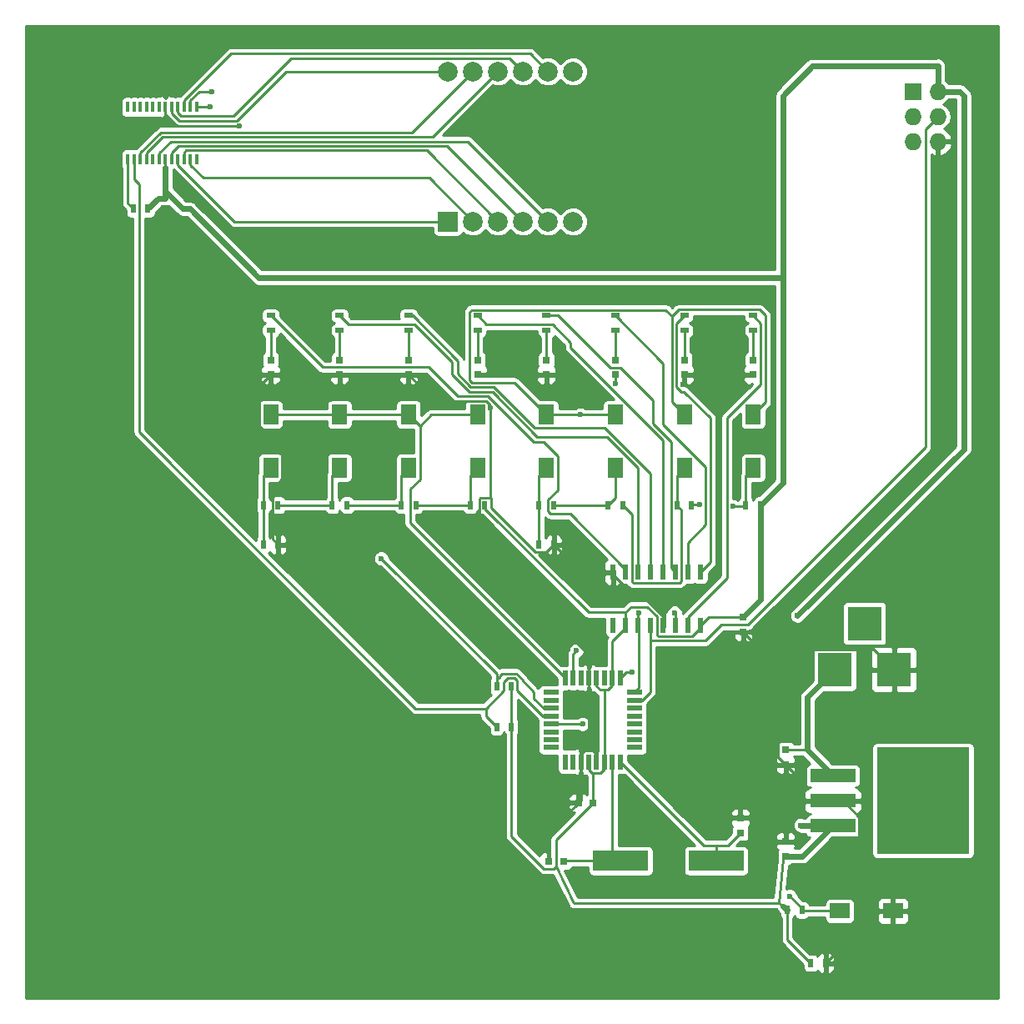
<source format=gtl>
G04 #@! TF.FileFunction,Copper,L1,Top,Signal*
%FSLAX46Y46*%
G04 Gerber Fmt 4.6, Leading zero omitted, Abs format (unit mm)*
G04 Created by KiCad (PCBNEW 4.0.4-stable) date 11/18/16 12:36:53*
%MOMM*%
%LPD*%
G01*
G04 APERTURE LIST*
%ADD10C,0.100000*%
%ADD11R,2.032000X2.032000*%
%ADD12C,2.000000*%
%ADD13R,0.800000X0.750000*%
%ADD14R,0.750000X0.800000*%
%ADD15R,3.500120X3.500120*%
%ADD16R,0.797560X0.797560*%
%ADD17R,0.550000X1.600000*%
%ADD18R,1.600000X0.550000*%
%ADD19R,1.727200X1.727200*%
%ADD20O,1.727200X1.727200*%
%ADD21R,0.500000X0.900000*%
%ADD22R,0.900000X0.500000*%
%ADD23R,2.000000X1.600000*%
%ADD24R,1.600000X2.000000*%
%ADD25R,4.600000X1.390000*%
%ADD26R,9.400000X10.800000*%
%ADD27R,0.420000X1.120000*%
%ADD28R,0.600000X1.500000*%
%ADD29R,5.600700X2.100580*%
%ADD30C,0.600000*%
%ADD31C,0.250000*%
%ADD32C,0.600000*%
%ADD33C,0.254000*%
G04 APERTURE END LIST*
D10*
D11*
X125000000Y-65500000D03*
D12*
X127540000Y-65500000D03*
X130080000Y-65500000D03*
X132620000Y-65500000D03*
X135160000Y-65500000D03*
X137700000Y-65500000D03*
X132620000Y-50260000D03*
X135160000Y-50260000D03*
X125000000Y-50260000D03*
X127540000Y-50260000D03*
X137700000Y-50260000D03*
X130080000Y-50260000D03*
D13*
X139750000Y-124500000D03*
X138250000Y-124500000D03*
X135250000Y-130500000D03*
X136750000Y-130500000D03*
D14*
X154700000Y-126050000D03*
X154700000Y-127550000D03*
X159300000Y-119150000D03*
X159300000Y-120650000D03*
X159300000Y-129950000D03*
X159300000Y-128450000D03*
X155000000Y-105650000D03*
X155000000Y-107150000D03*
D15*
X164299860Y-111000000D03*
X170299340Y-111000000D03*
X167299600Y-106301000D03*
D16*
X156000000Y-79550700D03*
X156000000Y-81049300D03*
X149000000Y-79550700D03*
X149000000Y-81049300D03*
X142000000Y-79550700D03*
X142000000Y-81049300D03*
X135000000Y-79550700D03*
X135000000Y-81049300D03*
X128000000Y-79550700D03*
X128000000Y-81049300D03*
X121000000Y-79550700D03*
X121000000Y-81049300D03*
X114000000Y-79550700D03*
X114000000Y-81049300D03*
X107000000Y-79550700D03*
X107000000Y-81049300D03*
D17*
X136900000Y-120350000D03*
X137700000Y-120350000D03*
X138500000Y-120350000D03*
X139300000Y-120350000D03*
X140100000Y-120350000D03*
X140900000Y-120350000D03*
X141700000Y-120350000D03*
X142500000Y-120350000D03*
D18*
X143950000Y-118900000D03*
X143950000Y-118100000D03*
X143950000Y-117300000D03*
X143950000Y-116500000D03*
X143950000Y-115700000D03*
X143950000Y-114900000D03*
X143950000Y-114100000D03*
X143950000Y-113300000D03*
D17*
X142500000Y-111850000D03*
X141700000Y-111850000D03*
X140900000Y-111850000D03*
X140100000Y-111850000D03*
X139300000Y-111850000D03*
X138500000Y-111850000D03*
X137700000Y-111850000D03*
X136900000Y-111850000D03*
D18*
X135450000Y-113300000D03*
X135450000Y-114100000D03*
X135450000Y-114900000D03*
X135450000Y-115700000D03*
X135450000Y-116500000D03*
X135450000Y-117300000D03*
X135450000Y-118100000D03*
X135450000Y-118900000D03*
D19*
X172200000Y-52300000D03*
D20*
X174740000Y-52300000D03*
X172200000Y-54840000D03*
X174740000Y-54840000D03*
X172200000Y-57380000D03*
X174740000Y-57380000D03*
D21*
X159450000Y-135400000D03*
X160950000Y-135400000D03*
D22*
X156000000Y-76550000D03*
X156000000Y-75050000D03*
D21*
X93050000Y-64200000D03*
X94550000Y-64200000D03*
D22*
X149000000Y-76550000D03*
X149000000Y-75050000D03*
X142000000Y-76550000D03*
X142000000Y-75050000D03*
X135000000Y-76550000D03*
X135000000Y-75050000D03*
X128000000Y-76550000D03*
X128000000Y-75050000D03*
X121000000Y-76550000D03*
X121000000Y-75050000D03*
X114000000Y-76550000D03*
X114000000Y-75050000D03*
X107000000Y-76550000D03*
X107000000Y-75050000D03*
D21*
X128750000Y-94300000D03*
X127250000Y-94300000D03*
X121750000Y-94300000D03*
X120250000Y-94300000D03*
X114750000Y-94300000D03*
X113250000Y-94300000D03*
X107750000Y-94300000D03*
X106250000Y-94300000D03*
X106250000Y-98300000D03*
X107750000Y-98300000D03*
X156750000Y-94300000D03*
X155250000Y-94300000D03*
X149750000Y-94300000D03*
X148250000Y-94300000D03*
X142750000Y-94300000D03*
X141250000Y-94300000D03*
X135750000Y-94300000D03*
X134250000Y-94300000D03*
X134250000Y-98300000D03*
X135750000Y-98300000D03*
X161850000Y-140800000D03*
X163350000Y-140800000D03*
X131450000Y-112700000D03*
X129950000Y-112700000D03*
X131450000Y-116800000D03*
X129950000Y-116800000D03*
D23*
X164800000Y-135500000D03*
X170200000Y-135500000D03*
D24*
X128000000Y-85100000D03*
X128000000Y-90500000D03*
X121000000Y-85100000D03*
X121000000Y-90500000D03*
X114000000Y-85100000D03*
X114000000Y-90500000D03*
X107000000Y-85100000D03*
X107000000Y-90500000D03*
X156000000Y-85100000D03*
X156000000Y-90500000D03*
X149000000Y-85100000D03*
X149000000Y-90500000D03*
X142000000Y-85100000D03*
X142000000Y-90500000D03*
X135000000Y-85100000D03*
X135000000Y-90500000D03*
D25*
X164100000Y-124300000D03*
D26*
X173250000Y-124300000D03*
D25*
X164100000Y-126840000D03*
X164100000Y-121760000D03*
D27*
X99492500Y-59150000D03*
X99492500Y-53850000D03*
X98857500Y-59150000D03*
X98857500Y-53850000D03*
X98222500Y-59150000D03*
X98222500Y-53850000D03*
X97587500Y-59150000D03*
X97587500Y-53850000D03*
X96952500Y-59150000D03*
X96952500Y-53850000D03*
X96317500Y-59150000D03*
X96317500Y-53850000D03*
X95682500Y-59150000D03*
X95682500Y-53850000D03*
X95047500Y-59150000D03*
X95047500Y-53850000D03*
X94412500Y-59150000D03*
X94412500Y-53850000D03*
X93777500Y-59150000D03*
X93777500Y-53850000D03*
X93142500Y-59150000D03*
X93142500Y-53850000D03*
X92507500Y-59150000D03*
X92507500Y-53850000D03*
D28*
X150645000Y-101100000D03*
X149375000Y-101100000D03*
X148105000Y-101100000D03*
X146835000Y-101100000D03*
X145565000Y-101100000D03*
X144295000Y-101100000D03*
X143025000Y-101100000D03*
X141755000Y-101100000D03*
X141755000Y-106500000D03*
X143025000Y-106500000D03*
X144295000Y-106500000D03*
X145565000Y-106500000D03*
X146835000Y-106500000D03*
X148105000Y-106500000D03*
X149375000Y-106500000D03*
X150645000Y-106500000D03*
D29*
X152248860Y-130400000D03*
X142551140Y-130400000D03*
D30*
X101003400Y-52308700D03*
X160822500Y-126784856D03*
X160500000Y-105500000D03*
X141998700Y-81948800D03*
X129308000Y-84395200D03*
X103851100Y-55830100D03*
X148865400Y-82041300D03*
X130027200Y-81049300D03*
X144387900Y-105244600D03*
X148017500Y-105232800D03*
X143729600Y-111208300D03*
X138452900Y-85100000D03*
X138053200Y-109076500D03*
X100866100Y-53850000D03*
X118238800Y-99712700D03*
X138665900Y-116500000D03*
X159731100Y-134016400D03*
X150526700Y-94244400D03*
X153951900Y-94424600D03*
D31*
X103342400Y-65500000D02*
X125000000Y-65500000D01*
X97587500Y-59745100D02*
X103342400Y-65500000D01*
X97587500Y-59150000D02*
X97587500Y-59745100D01*
X123103700Y-61063700D02*
X127540000Y-65500000D01*
X100159700Y-61063700D02*
X123103700Y-61063700D01*
X98857500Y-59761500D02*
X100159700Y-61063700D01*
X98857500Y-59150000D02*
X98857500Y-59761500D01*
X122844600Y-58264600D02*
X130080000Y-65500000D01*
X98443800Y-58264600D02*
X122844600Y-58264600D01*
X98222500Y-58485900D02*
X98443800Y-58264600D01*
X98222500Y-59150000D02*
X98222500Y-58485900D01*
X124926400Y-57806400D02*
X132620000Y-65500000D01*
X97666000Y-57806400D02*
X124926400Y-57806400D01*
X96952500Y-58519900D02*
X97666000Y-57806400D01*
X96952500Y-59150000D02*
X96952500Y-58519900D01*
X127016000Y-57356000D02*
X135160000Y-65500000D01*
X96851600Y-57356000D02*
X127016000Y-57356000D01*
X95682500Y-58525100D02*
X96851600Y-57356000D01*
X95682500Y-59150000D02*
X95682500Y-58525100D01*
X99745000Y-52308700D02*
X101003400Y-52308700D01*
X98857500Y-53196200D02*
X99745000Y-52308700D01*
X98857500Y-53850000D02*
X98857500Y-53196200D01*
X97587500Y-54465600D02*
X97587500Y-53850000D01*
X97884400Y-54762500D02*
X97587500Y-54465600D01*
X103231500Y-54762500D02*
X97884400Y-54762500D01*
X109070500Y-48923500D02*
X103231500Y-54762500D01*
X131283500Y-48923500D02*
X109070500Y-48923500D01*
X132620000Y-50260000D02*
X131283500Y-48923500D01*
X133355200Y-48455200D02*
X135160000Y-50260000D01*
X102961600Y-48455200D02*
X133355200Y-48455200D01*
X98222500Y-53194300D02*
X102961600Y-48455200D01*
X98222500Y-53850000D02*
X98222500Y-53194300D01*
X108536600Y-50260000D02*
X125000000Y-50260000D01*
X103549600Y-55247000D02*
X108536600Y-50260000D01*
X97703800Y-55247000D02*
X103549600Y-55247000D01*
X96952500Y-54495700D02*
X97703800Y-55247000D01*
X96952500Y-53850000D02*
X96952500Y-54495700D01*
X121344600Y-56455400D02*
X127540000Y-50260000D01*
X95849100Y-56455400D02*
X121344600Y-56455400D01*
X93777500Y-58527000D02*
X95849100Y-56455400D01*
X93777500Y-59150000D02*
X93777500Y-58527000D01*
X123434300Y-56905700D02*
X130080000Y-50260000D01*
X96037000Y-56905700D02*
X123434300Y-56905700D01*
X94412500Y-58530200D02*
X96037000Y-56905700D01*
X94412500Y-59150000D02*
X94412500Y-58530200D01*
D32*
X177000000Y-52300000D02*
X177400000Y-52700000D01*
X177400000Y-52700000D02*
X177400000Y-88600000D01*
X177400000Y-88600000D02*
X160500000Y-105500000D01*
X174740000Y-52300000D02*
X177000000Y-52300000D01*
X160877644Y-126840000D02*
X164100000Y-126840000D01*
X160822500Y-126784856D02*
X160877644Y-126840000D01*
X98800000Y-64200000D02*
X98100000Y-64200000D01*
X98100000Y-64200000D02*
X96317500Y-62417500D01*
X96317500Y-63100000D02*
X96317500Y-62417500D01*
X96317500Y-63135900D02*
X95614100Y-63135900D01*
X95614100Y-63135900D02*
X94550000Y-64200000D01*
D31*
X96317500Y-63135900D02*
X96317500Y-63100000D01*
D32*
X96317500Y-62417500D02*
X96317500Y-60017500D01*
D31*
X96317500Y-60017500D02*
X96317500Y-59150000D01*
D32*
X105800000Y-71200000D02*
X159000000Y-71200000D01*
X98800000Y-64200000D02*
X105800000Y-71200000D01*
X174740000Y-52300000D02*
X174740000Y-49660000D01*
X174740000Y-49660000D02*
X174700000Y-49700000D01*
X174700000Y-49700000D02*
X162000000Y-49700000D01*
X162000000Y-49700000D02*
X159000000Y-52700000D01*
X159000000Y-52700000D02*
X159000000Y-71200000D01*
X159000000Y-92050000D02*
X156750000Y-94300000D01*
X159000000Y-71200000D02*
X159000000Y-92050000D01*
D31*
X140900000Y-120350000D02*
X140900000Y-113045300D01*
X140100000Y-112645400D02*
X140100000Y-111850000D01*
X140499900Y-113045300D02*
X140100000Y-112645400D01*
X140900000Y-113045300D02*
X140499900Y-113045300D01*
X140513200Y-121475400D02*
X139750000Y-121475400D01*
X140900000Y-121088600D02*
X140513200Y-121475400D01*
X140900000Y-120350000D02*
X140900000Y-121088600D01*
X141700000Y-112597100D02*
X141700000Y-111850000D01*
X141251800Y-113045300D02*
X141700000Y-112597100D01*
X140900000Y-113045300D02*
X141251800Y-113045300D01*
X143025000Y-106758100D02*
X143025000Y-106500000D01*
X141700000Y-108083100D02*
X143025000Y-106758100D01*
X141700000Y-111850000D02*
X141700000Y-108083100D01*
X139300000Y-121138000D02*
X139300000Y-120350000D01*
X139637400Y-121475400D02*
X139300000Y-121138000D01*
X139750000Y-121475400D02*
X139637400Y-121475400D01*
D32*
X156750000Y-103900000D02*
X156750000Y-94300000D01*
X155000000Y-105650000D02*
X156750000Y-103900000D01*
D31*
X139750000Y-121475400D02*
X139750000Y-124500000D01*
D32*
X160990000Y-129950000D02*
X159300000Y-129950000D01*
X164100000Y-126840000D02*
X160990000Y-129950000D01*
D31*
X159053000Y-130197000D02*
X158600000Y-134700000D01*
X159300000Y-129950000D02*
X159053000Y-130197000D01*
X137800000Y-134700000D02*
X158600000Y-134700000D01*
X135975300Y-131009800D02*
X137800000Y-134700000D01*
X135975300Y-128274700D02*
X139750000Y-124500000D01*
X135975300Y-131009800D02*
X135975300Y-128274700D01*
X131450000Y-127935100D02*
X131450000Y-116800000D01*
X134715200Y-131200300D02*
X131450000Y-127935100D01*
X135784800Y-131200300D02*
X134715200Y-131200300D01*
X135975300Y-131009800D02*
X135784800Y-131200300D01*
X131450000Y-116800000D02*
X131450000Y-112700000D01*
X151495000Y-105650000D02*
X150645000Y-106500000D01*
X155000000Y-105650000D02*
X151495000Y-105650000D01*
X143025000Y-105180900D02*
X143025000Y-106500000D01*
X143602700Y-104603200D02*
X143025000Y-105180900D01*
X145190900Y-104603200D02*
X143602700Y-104603200D01*
X146200000Y-105612300D02*
X145190900Y-104603200D01*
X146200000Y-107446100D02*
X146200000Y-105612300D01*
X146329300Y-107575400D02*
X146200000Y-107446100D01*
X149837300Y-107575400D02*
X146329300Y-107575400D01*
X150645000Y-106767700D02*
X149837300Y-107575400D01*
X150645000Y-106500000D02*
X150645000Y-106767700D01*
X128750000Y-94667900D02*
X128750000Y-94300000D01*
X139263000Y-105180900D02*
X128750000Y-94667900D01*
X143025000Y-105180900D02*
X139263000Y-105180900D01*
D32*
X159053000Y-135003000D02*
X159450000Y-135400000D01*
D31*
X158600000Y-134700000D02*
X159053000Y-135003000D01*
X159450000Y-138400000D02*
X161850000Y-140800000D01*
X159450000Y-135400000D02*
X159450000Y-138400000D01*
X139300000Y-119189900D02*
X139300000Y-111850000D01*
X139700100Y-119189900D02*
X139300000Y-119189900D01*
X140100000Y-119589800D02*
X139700100Y-119189900D01*
X140100000Y-120350000D02*
X140100000Y-119589800D01*
X142000000Y-81947500D02*
X141998700Y-81948800D01*
X142000000Y-81049300D02*
X142000000Y-81947500D01*
X121000000Y-81049300D02*
X114000000Y-81049300D01*
X138500000Y-119552400D02*
X138500000Y-120350000D01*
X138862500Y-119189900D02*
X138500000Y-119552400D01*
X139300000Y-119189900D02*
X138862500Y-119189900D01*
X149000000Y-81049300D02*
X156000000Y-81049300D01*
X138500000Y-124250000D02*
X138500000Y-120350000D01*
X138250000Y-124500000D02*
X138500000Y-124250000D01*
X135250000Y-127500000D02*
X135250000Y-130500000D01*
X138250000Y-124500000D02*
X135250000Y-127500000D01*
X154700000Y-126050000D02*
X159300000Y-126050000D01*
X159300000Y-126050000D02*
X159300000Y-128450000D01*
X161050000Y-124300000D02*
X159300000Y-126050000D01*
X161050000Y-124300000D02*
X164100000Y-124300000D01*
X168462700Y-135500000D02*
X170200000Y-135500000D01*
X166725400Y-133762700D02*
X168462700Y-135500000D01*
X166725400Y-125940800D02*
X166725400Y-133762700D01*
X165084600Y-124300000D02*
X166725400Y-125940800D01*
X164100000Y-124300000D02*
X165084600Y-124300000D01*
X168462700Y-135687300D02*
X163350000Y-140800000D01*
X168462700Y-135500000D02*
X168462700Y-135687300D01*
X161050000Y-122400000D02*
X159300000Y-120650000D01*
X161050000Y-124300000D02*
X161050000Y-122400000D01*
X158549800Y-119899800D02*
X159300000Y-120650000D01*
X158549800Y-108924500D02*
X158549800Y-119899800D01*
X168223800Y-108924500D02*
X158549800Y-108924500D01*
X170299300Y-111000000D02*
X168223800Y-108924500D01*
X107000000Y-81049300D02*
X114000000Y-81049300D01*
X107174600Y-97724600D02*
X107750000Y-98300000D01*
X107174600Y-92594800D02*
X107174600Y-97724600D01*
X108125400Y-91644000D02*
X107174600Y-92594800D01*
X108125400Y-88485500D02*
X108125400Y-91644000D01*
X105874600Y-86234700D02*
X108125400Y-88485500D01*
X105874600Y-82174700D02*
X105874600Y-86234700D01*
X107000000Y-81049300D02*
X105874600Y-82174700D01*
X97557800Y-55830100D02*
X103851100Y-55830100D01*
X96317500Y-54589800D02*
X97557800Y-55830100D01*
X96317500Y-53850000D02*
X96317500Y-54589800D01*
X138550000Y-101100000D02*
X135750000Y-98300000D01*
X141755000Y-101100000D02*
X138550000Y-101100000D01*
X149000000Y-81906700D02*
X149000000Y-81049300D01*
X148865400Y-82041300D02*
X149000000Y-81906700D01*
X156774500Y-108924500D02*
X155000000Y-107150000D01*
X158549800Y-108924500D02*
X156774500Y-108924500D01*
X135000000Y-81049300D02*
X130027200Y-81049300D01*
X130027200Y-81049300D02*
X128000000Y-81049300D01*
X129308000Y-84147600D02*
X129308000Y-84395200D01*
X128869900Y-83709500D02*
X129308000Y-84147600D01*
X123660200Y-83709500D02*
X128869900Y-83709500D01*
X121000000Y-81049300D02*
X123660200Y-83709500D01*
X129308000Y-84395200D02*
X129308000Y-93524100D01*
X128295900Y-93524100D02*
X129308000Y-93524100D01*
X128174600Y-93645400D02*
X128295900Y-93524100D01*
X128174600Y-98313500D02*
X128174600Y-93645400D01*
X139300000Y-109438900D02*
X128174600Y-98313500D01*
X139300000Y-111850000D02*
X139300000Y-109438900D01*
X134974600Y-99075400D02*
X135750000Y-98300000D01*
X133855700Y-99075400D02*
X134974600Y-99075400D01*
X129369100Y-94588800D02*
X133855700Y-99075400D01*
X129369100Y-93585200D02*
X129369100Y-94588800D01*
X129308000Y-93524100D02*
X129369100Y-93585200D01*
X141755000Y-101340300D02*
X141755000Y-101100000D01*
X143223000Y-102808300D02*
X141755000Y-101340300D01*
X144053500Y-102808300D02*
X143223000Y-102808300D01*
X146835000Y-105589800D02*
X144053500Y-102808300D01*
X146835000Y-106500000D02*
X146835000Y-105589800D01*
X141700000Y-130400000D02*
X141700000Y-120350000D01*
X142551100Y-130400000D02*
X141700000Y-130400000D01*
X136850000Y-130400000D02*
X136750000Y-130500000D01*
X141700000Y-130400000D02*
X136850000Y-130400000D01*
X152248900Y-130400000D02*
X152248900Y-128836800D01*
X153413200Y-128836800D02*
X152248900Y-128836800D01*
X154700000Y-127550000D02*
X153413200Y-128836800D01*
X150986800Y-128836800D02*
X142500000Y-120350000D01*
X152248900Y-128836800D02*
X150986800Y-128836800D01*
D32*
X161490000Y-113809900D02*
X161490000Y-119150000D01*
X164299900Y-111000000D02*
X161490000Y-113809900D01*
X164100000Y-121760000D02*
X161490000Y-119150000D01*
D31*
X161490000Y-119150000D02*
X159300000Y-119150000D01*
X156000000Y-76550000D02*
X156000000Y-79550700D01*
X149000000Y-76550000D02*
X149000000Y-79550700D01*
X142000000Y-76550000D02*
X142000000Y-79550700D01*
X135000000Y-76550000D02*
X135000000Y-79550700D01*
X128000000Y-76550000D02*
X128000000Y-79550700D01*
X121000000Y-76550000D02*
X121000000Y-79550700D01*
X114000000Y-76550000D02*
X114000000Y-79550700D01*
X107000000Y-76550000D02*
X107000000Y-79550700D01*
X173470000Y-56110000D02*
X174740000Y-54840000D01*
X173470000Y-88419900D02*
X173470000Y-56110000D01*
X155465300Y-106424600D02*
X173470000Y-88419900D01*
X152785000Y-106424600D02*
X155465300Y-106424600D01*
X151150700Y-108058900D02*
X152785000Y-106424600D01*
X145565000Y-108058900D02*
X151150700Y-108058900D01*
X145565000Y-113281200D02*
X145565000Y-108058900D01*
X144746200Y-114100000D02*
X145565000Y-113281200D01*
X143950000Y-114100000D02*
X144746200Y-114100000D01*
X145565000Y-108058900D02*
X145565000Y-106500000D01*
X144354900Y-106559900D02*
X144295000Y-106500000D01*
X144354900Y-112895100D02*
X144354900Y-106559900D01*
X143950000Y-113300000D02*
X144354900Y-112895100D01*
X144295000Y-105337500D02*
X144295000Y-106500000D01*
X144387900Y-105244600D02*
X144295000Y-105337500D01*
X148105000Y-105320300D02*
X148017500Y-105232800D01*
X148105000Y-106500000D02*
X148105000Y-105320300D01*
X143141700Y-111208300D02*
X142500000Y-111850000D01*
X143729600Y-111208300D02*
X143141700Y-111208300D01*
X148415000Y-74457600D02*
X147754600Y-75118000D01*
X156660600Y-74457600D02*
X148415000Y-74457600D01*
X157245500Y-75042500D02*
X156660600Y-74457600D01*
X157245500Y-83854500D02*
X157245500Y-75042500D01*
X156000000Y-85100000D02*
X157245500Y-83854500D01*
X147754600Y-83854600D02*
X149000000Y-85100000D01*
X147754600Y-75118000D02*
X147754600Y-83854600D01*
X147111300Y-74474700D02*
X147754600Y-75118000D01*
X127415100Y-74474700D02*
X147111300Y-74474700D01*
X127224600Y-74665200D02*
X127415100Y-74474700D01*
X127224600Y-81571500D02*
X127224600Y-74665200D01*
X127481800Y-81828700D02*
X127224600Y-81571500D01*
X131728700Y-81828700D02*
X127481800Y-81828700D01*
X135000000Y-85100000D02*
X131728700Y-81828700D01*
X135000000Y-85100000D02*
X138452900Y-85100000D01*
X138452900Y-85100000D02*
X142000000Y-85100000D01*
X137700000Y-109429700D02*
X137700000Y-111850000D01*
X138053200Y-109076500D02*
X137700000Y-109429700D01*
X114000000Y-85100000D02*
X107000000Y-85100000D01*
X121000000Y-85100000D02*
X114000000Y-85100000D01*
X123312800Y-85100000D02*
X122156400Y-86256400D01*
X128000000Y-85100000D02*
X123312800Y-85100000D01*
X121000000Y-85100000D02*
X122156400Y-86256400D01*
X121174600Y-96124600D02*
X136900000Y-111850000D01*
X121174600Y-92638100D02*
X121174600Y-96124600D01*
X122156400Y-91656300D02*
X121174600Y-92638100D01*
X122156400Y-86256400D02*
X122156400Y-91656300D01*
X99492500Y-53850000D02*
X100866100Y-53850000D01*
X129950000Y-111423900D02*
X129950000Y-111860600D01*
X118238800Y-99712700D02*
X129950000Y-111423900D01*
X129950000Y-111860600D02*
X129950000Y-112700000D01*
X130249700Y-111860600D02*
X129950000Y-111860600D01*
X130249700Y-111674000D02*
X130249700Y-111860600D01*
X130513400Y-111410300D02*
X130249700Y-111674000D01*
X131958400Y-111410300D02*
X130513400Y-111410300D01*
X132484200Y-111936100D02*
X131958400Y-111410300D01*
X132484200Y-112036100D02*
X132484200Y-111936100D01*
X133724700Y-113276600D02*
X132484200Y-112036100D01*
X133724700Y-113913500D02*
X133724700Y-113276600D01*
X134711200Y-114900000D02*
X133724700Y-113913500D01*
X135450000Y-114900000D02*
X134711200Y-114900000D01*
X121726800Y-114960100D02*
X128850000Y-114960100D01*
X93625300Y-86858600D02*
X121726800Y-114960100D01*
X93625300Y-61721400D02*
X93625300Y-86858600D01*
X93142500Y-61238600D02*
X93625300Y-61721400D01*
X93142500Y-59150000D02*
X93142500Y-61238600D01*
X128850000Y-115700000D02*
X128850000Y-114960100D01*
X129950000Y-116800000D02*
X128850000Y-115700000D01*
X134649300Y-115700000D02*
X135450000Y-115700000D01*
X132033900Y-113084600D02*
X134649300Y-115700000D01*
X132033900Y-112122700D02*
X132033900Y-113084600D01*
X131771800Y-111860600D02*
X132033900Y-112122700D01*
X131101900Y-111860600D02*
X131771800Y-111860600D01*
X130700000Y-112262500D02*
X131101900Y-111860600D01*
X130700000Y-113110100D02*
X130700000Y-112262500D01*
X128850000Y-114960100D02*
X130700000Y-113110100D01*
X135450000Y-116500000D02*
X138665900Y-116500000D01*
X161050000Y-135500000D02*
X160950000Y-135400000D01*
X164800000Y-135500000D02*
X161050000Y-135500000D01*
X160950000Y-135235300D02*
X159731100Y-134016400D01*
X160950000Y-135400000D02*
X160950000Y-135235300D01*
X156775400Y-75825400D02*
X156000000Y-75050000D01*
X156775400Y-81999700D02*
X156775400Y-75825400D01*
X153326500Y-85448600D02*
X156775400Y-81999700D01*
X153326500Y-101676000D02*
X153326500Y-85448600D01*
X149375000Y-105627500D02*
X153326500Y-101676000D01*
X149375000Y-106500000D02*
X149375000Y-105627500D01*
X92507500Y-63657500D02*
X93050000Y-64200000D01*
X92507500Y-59150000D02*
X92507500Y-63657500D01*
X151642900Y-100102100D02*
X150645000Y-101100000D01*
X151642900Y-85449800D02*
X151642900Y-100102100D01*
X148967100Y-82774000D02*
X151642900Y-85449800D01*
X148699800Y-82774000D02*
X148967100Y-82774000D01*
X148222500Y-82296700D02*
X148699800Y-82774000D01*
X148222500Y-75827500D02*
X148222500Y-82296700D01*
X149000000Y-75050000D02*
X148222500Y-75827500D01*
X149375000Y-98096500D02*
X149375000Y-101100000D01*
X151189100Y-96282400D02*
X149375000Y-98096500D01*
X151189100Y-90420000D02*
X151189100Y-96282400D01*
X146859600Y-86090500D02*
X151189100Y-90420000D01*
X146859600Y-79909600D02*
X146859600Y-86090500D01*
X142000000Y-75050000D02*
X146859600Y-79909600D01*
X136201700Y-75050000D02*
X135000000Y-75050000D01*
X141476800Y-80325100D02*
X136201700Y-75050000D01*
X142550100Y-80325100D02*
X141476800Y-80325100D01*
X145845500Y-83620500D02*
X142550100Y-80325100D01*
X145845500Y-86048500D02*
X145845500Y-83620500D01*
X147674600Y-87877600D02*
X145845500Y-86048500D01*
X147674600Y-100669600D02*
X147674600Y-87877600D01*
X148105000Y-101100000D02*
X147674600Y-100669600D01*
X146835000Y-87674900D02*
X146835000Y-101100000D01*
X137437900Y-78277800D02*
X146835000Y-87674900D01*
X137437900Y-77773900D02*
X137437900Y-78277800D01*
X135638600Y-75974600D02*
X137437900Y-77773900D01*
X128924600Y-75974600D02*
X135638600Y-75974600D01*
X128000000Y-75050000D02*
X128924600Y-75974600D01*
X121398100Y-75050000D02*
X121000000Y-75050000D01*
X125989900Y-79641800D02*
X121398100Y-75050000D01*
X125989900Y-80973700D02*
X125989900Y-79641800D01*
X127295300Y-82279100D02*
X125989900Y-80973700D01*
X129668400Y-82279100D02*
X127295300Y-82279100D01*
X133814700Y-86425400D02*
X129668400Y-82279100D01*
X140867400Y-86425400D02*
X133814700Y-86425400D01*
X145565000Y-91123000D02*
X140867400Y-86425400D01*
X145565000Y-101100000D02*
X145565000Y-91123000D01*
X114909300Y-75959300D02*
X114000000Y-75050000D01*
X121591000Y-75959300D02*
X114909300Y-75959300D01*
X125380700Y-79749000D02*
X121591000Y-75959300D01*
X125380700Y-81001400D02*
X125380700Y-79749000D01*
X127188000Y-82808700D02*
X125380700Y-81001400D01*
X129561100Y-82808700D02*
X127188000Y-82808700D01*
X134082100Y-87329700D02*
X129561100Y-82808700D01*
X141134800Y-87329700D02*
X134082100Y-87329700D01*
X144295000Y-90489900D02*
X141134800Y-87329700D01*
X144295000Y-101100000D02*
X144295000Y-90489900D01*
X143025000Y-100793800D02*
X143025000Y-101100000D01*
X137431400Y-95200200D02*
X143025000Y-100793800D01*
X135446500Y-95200200D02*
X137431400Y-95200200D01*
X135174600Y-94928300D02*
X135446500Y-95200200D01*
X135174600Y-93706000D02*
X135174600Y-94928300D01*
X136125400Y-92755200D02*
X135174600Y-93706000D01*
X136125400Y-89281800D02*
X136125400Y-92755200D01*
X134758900Y-87915300D02*
X136125400Y-89281800D01*
X133712600Y-87915300D02*
X134758900Y-87915300D01*
X129056400Y-83259100D02*
X133712600Y-87915300D01*
X125989200Y-83259100D02*
X129056400Y-83259100D01*
X123030100Y-80300000D02*
X125989200Y-83259100D01*
X112250000Y-80300000D02*
X123030100Y-80300000D01*
X107000000Y-75050000D02*
X112250000Y-80300000D01*
X121750000Y-94300000D02*
X127250000Y-94300000D01*
X127250000Y-91250000D02*
X127250000Y-94300000D01*
X128000000Y-90500000D02*
X127250000Y-91250000D01*
X120250000Y-91250000D02*
X120250000Y-94300000D01*
X121000000Y-90500000D02*
X120250000Y-91250000D01*
X120250000Y-94300000D02*
X114750000Y-94300000D01*
X113250000Y-91250000D02*
X113250000Y-94300000D01*
X114000000Y-90500000D02*
X113250000Y-91250000D01*
X107750000Y-94300000D02*
X113250000Y-94300000D01*
X106250000Y-91250000D02*
X106250000Y-94300000D01*
X107000000Y-90500000D02*
X106250000Y-91250000D01*
X106250000Y-94300000D02*
X106250000Y-98300000D01*
X155250000Y-91250000D02*
X155250000Y-94300000D01*
X156000000Y-90500000D02*
X155250000Y-91250000D01*
X155125400Y-94424600D02*
X153951900Y-94424600D01*
X155250000Y-94300000D02*
X155125400Y-94424600D01*
X149805600Y-94244400D02*
X150526700Y-94244400D01*
X149750000Y-94300000D02*
X149805600Y-94244400D01*
X148250000Y-91250000D02*
X148250000Y-94300000D01*
X149000000Y-90500000D02*
X148250000Y-91250000D01*
X143669600Y-95219600D02*
X142750000Y-94300000D01*
X143669600Y-102055100D02*
X143669600Y-95219600D01*
X143789900Y-102175400D02*
X143669600Y-102055100D01*
X148545200Y-102175400D02*
X143789900Y-102175400D01*
X148730400Y-101990200D02*
X148545200Y-102175400D01*
X148730400Y-94780400D02*
X148730400Y-101990200D01*
X148250000Y-94300000D02*
X148730400Y-94780400D01*
X142000000Y-93550000D02*
X141250000Y-94300000D01*
X142000000Y-90500000D02*
X142000000Y-93550000D01*
X135750000Y-94300000D02*
X141250000Y-94300000D01*
X134250000Y-94300000D02*
X134250000Y-98300000D01*
X134250000Y-91250000D02*
X134250000Y-94300000D01*
X135000000Y-90500000D02*
X134250000Y-91250000D01*
D33*
G36*
X180873000Y-144373000D02*
X82127000Y-144373000D01*
X82127000Y-53290000D01*
X91780568Y-53290000D01*
X91780568Y-54410000D01*
X91815921Y-54597883D01*
X91926959Y-54770442D01*
X92096384Y-54886205D01*
X92297500Y-54926932D01*
X92717500Y-54926932D01*
X92828946Y-54905962D01*
X92932500Y-54926932D01*
X93352500Y-54926932D01*
X93463946Y-54905962D01*
X93567500Y-54926932D01*
X93987500Y-54926932D01*
X94098946Y-54905962D01*
X94202500Y-54926932D01*
X94622500Y-54926932D01*
X94733946Y-54905962D01*
X94837500Y-54926932D01*
X95257500Y-54926932D01*
X95368946Y-54905962D01*
X95472500Y-54926932D01*
X95726407Y-54926932D01*
X95747802Y-54948327D01*
X95981191Y-55045000D01*
X96053750Y-55045000D01*
X96212500Y-54886250D01*
X96212500Y-54806565D01*
X96252942Y-54780541D01*
X96317582Y-54685937D01*
X96371959Y-54770442D01*
X96406227Y-54793856D01*
X96422500Y-54818210D01*
X96422500Y-54886250D01*
X96581250Y-55045000D01*
X96608018Y-55045000D01*
X97256909Y-55693892D01*
X97450731Y-55823400D01*
X95849100Y-55823400D01*
X95624156Y-55868144D01*
X95607244Y-55871508D01*
X95402209Y-56008508D01*
X93337650Y-58073068D01*
X92932500Y-58073068D01*
X92821054Y-58094038D01*
X92717500Y-58073068D01*
X92297500Y-58073068D01*
X92109617Y-58108421D01*
X91937058Y-58219459D01*
X91821295Y-58388884D01*
X91780568Y-58590000D01*
X91780568Y-59710000D01*
X91815921Y-59897883D01*
X91875500Y-59990472D01*
X91875500Y-63657500D01*
X91921981Y-63891174D01*
X91923608Y-63899356D01*
X92060609Y-64104391D01*
X92283068Y-64326850D01*
X92283068Y-64650000D01*
X92318421Y-64837883D01*
X92429459Y-65010442D01*
X92598884Y-65126205D01*
X92800000Y-65166932D01*
X92993300Y-65166932D01*
X92993300Y-86858600D01*
X93032844Y-87057400D01*
X93041408Y-87100456D01*
X93178409Y-87305491D01*
X121279908Y-115406991D01*
X121466997Y-115532000D01*
X121484944Y-115543992D01*
X121726800Y-115592100D01*
X128218000Y-115592100D01*
X128218000Y-115700000D01*
X128266108Y-115941856D01*
X128403109Y-116146891D01*
X129183068Y-116926851D01*
X129183068Y-117250000D01*
X129218421Y-117437883D01*
X129329459Y-117610442D01*
X129498884Y-117726205D01*
X129700000Y-117766932D01*
X130200000Y-117766932D01*
X130387883Y-117731579D01*
X130560442Y-117620541D01*
X130676205Y-117451116D01*
X130699378Y-117336682D01*
X130718421Y-117437883D01*
X130818000Y-117592634D01*
X130818000Y-127935100D01*
X130858336Y-128137883D01*
X130866108Y-128176956D01*
X131003109Y-128381991D01*
X134268308Y-131647191D01*
X134473344Y-131784192D01*
X134715200Y-131832300D01*
X135676961Y-131832300D01*
X137233475Y-134980130D01*
X137296067Y-135061523D01*
X137353109Y-135146891D01*
X137370815Y-135158722D01*
X137383800Y-135175607D01*
X137472772Y-135226848D01*
X137558144Y-135283892D01*
X137579036Y-135288048D01*
X137597489Y-135298675D01*
X137699285Y-135311967D01*
X137800000Y-135332000D01*
X158320910Y-135332000D01*
X158482365Y-135573635D01*
X158683068Y-135774338D01*
X158683068Y-135850000D01*
X158718421Y-136037883D01*
X158818000Y-136192634D01*
X158818000Y-138400000D01*
X158866108Y-138641856D01*
X159003109Y-138846891D01*
X161083068Y-140926851D01*
X161083068Y-141250000D01*
X161118421Y-141437883D01*
X161229459Y-141610442D01*
X161398884Y-141726205D01*
X161600000Y-141766932D01*
X162100000Y-141766932D01*
X162287883Y-141731579D01*
X162460442Y-141620541D01*
X162526262Y-141524210D01*
X162561673Y-141609699D01*
X162740302Y-141788327D01*
X162973691Y-141885000D01*
X163066250Y-141885000D01*
X163225000Y-141726250D01*
X163225000Y-140927000D01*
X163475000Y-140927000D01*
X163475000Y-141726250D01*
X163633750Y-141885000D01*
X163726309Y-141885000D01*
X163959698Y-141788327D01*
X164138327Y-141609699D01*
X164235000Y-141376310D01*
X164235000Y-141085750D01*
X164076250Y-140927000D01*
X163475000Y-140927000D01*
X163225000Y-140927000D01*
X163203000Y-140927000D01*
X163203000Y-140673000D01*
X163225000Y-140673000D01*
X163225000Y-139873750D01*
X163475000Y-139873750D01*
X163475000Y-140673000D01*
X164076250Y-140673000D01*
X164235000Y-140514250D01*
X164235000Y-140223690D01*
X164138327Y-139990301D01*
X163959698Y-139811673D01*
X163726309Y-139715000D01*
X163633750Y-139715000D01*
X163475000Y-139873750D01*
X163225000Y-139873750D01*
X163066250Y-139715000D01*
X162973691Y-139715000D01*
X162740302Y-139811673D01*
X162561673Y-139990301D01*
X162526171Y-140076010D01*
X162470541Y-139989558D01*
X162301116Y-139873795D01*
X162100000Y-139833068D01*
X161776851Y-139833068D01*
X160082000Y-138138218D01*
X160082000Y-136188990D01*
X160176205Y-136051116D01*
X160199378Y-135936682D01*
X160218421Y-136037883D01*
X160329459Y-136210442D01*
X160498884Y-136326205D01*
X160700000Y-136366932D01*
X161200000Y-136366932D01*
X161387883Y-136331579D01*
X161560442Y-136220541D01*
X161620939Y-136132000D01*
X163283068Y-136132000D01*
X163283068Y-136300000D01*
X163318421Y-136487883D01*
X163429459Y-136660442D01*
X163598884Y-136776205D01*
X163800000Y-136816932D01*
X165800000Y-136816932D01*
X165987883Y-136781579D01*
X166160442Y-136670541D01*
X166276205Y-136501116D01*
X166316932Y-136300000D01*
X166316932Y-135785750D01*
X168565000Y-135785750D01*
X168565000Y-136426310D01*
X168661673Y-136659699D01*
X168840302Y-136838327D01*
X169073691Y-136935000D01*
X169914250Y-136935000D01*
X170073000Y-136776250D01*
X170073000Y-135627000D01*
X170327000Y-135627000D01*
X170327000Y-136776250D01*
X170485750Y-136935000D01*
X171326309Y-136935000D01*
X171559698Y-136838327D01*
X171738327Y-136659699D01*
X171835000Y-136426310D01*
X171835000Y-135785750D01*
X171676250Y-135627000D01*
X170327000Y-135627000D01*
X170073000Y-135627000D01*
X168723750Y-135627000D01*
X168565000Y-135785750D01*
X166316932Y-135785750D01*
X166316932Y-134700000D01*
X166293165Y-134573690D01*
X168565000Y-134573690D01*
X168565000Y-135214250D01*
X168723750Y-135373000D01*
X170073000Y-135373000D01*
X170073000Y-134223750D01*
X170327000Y-134223750D01*
X170327000Y-135373000D01*
X171676250Y-135373000D01*
X171835000Y-135214250D01*
X171835000Y-134573690D01*
X171738327Y-134340301D01*
X171559698Y-134161673D01*
X171326309Y-134065000D01*
X170485750Y-134065000D01*
X170327000Y-134223750D01*
X170073000Y-134223750D01*
X169914250Y-134065000D01*
X169073691Y-134065000D01*
X168840302Y-134161673D01*
X168661673Y-134340301D01*
X168565000Y-134573690D01*
X166293165Y-134573690D01*
X166281579Y-134512117D01*
X166170541Y-134339558D01*
X166001116Y-134223795D01*
X165800000Y-134183068D01*
X163800000Y-134183068D01*
X163612117Y-134218421D01*
X163439558Y-134329459D01*
X163323795Y-134498884D01*
X163283068Y-134700000D01*
X163283068Y-134868000D01*
X161701502Y-134868000D01*
X161681579Y-134762117D01*
X161570541Y-134589558D01*
X161401116Y-134473795D01*
X161200000Y-134433068D01*
X161041551Y-134433068D01*
X160538176Y-133929694D01*
X160538240Y-133856582D01*
X160415640Y-133559868D01*
X160188826Y-133332658D01*
X159892326Y-133209540D01*
X159571282Y-133209260D01*
X159377086Y-133289500D01*
X159620795Y-130866932D01*
X159675000Y-130866932D01*
X159862883Y-130831579D01*
X159978783Y-130757000D01*
X160990000Y-130757000D01*
X161298826Y-130695571D01*
X161560635Y-130520635D01*
X164029338Y-128051932D01*
X166400000Y-128051932D01*
X166587883Y-128016579D01*
X166760442Y-127905541D01*
X166876205Y-127736116D01*
X166916932Y-127535000D01*
X166916932Y-126145000D01*
X166881579Y-125957117D01*
X166770541Y-125784558D01*
X166601116Y-125668795D01*
X166409541Y-125630000D01*
X166526309Y-125630000D01*
X166759698Y-125533327D01*
X166938327Y-125354699D01*
X167035000Y-125121310D01*
X167035000Y-124585750D01*
X166876250Y-124427000D01*
X164227000Y-124427000D01*
X164227000Y-124447000D01*
X163973000Y-124447000D01*
X163973000Y-124427000D01*
X161323750Y-124427000D01*
X161165000Y-124585750D01*
X161165000Y-125121310D01*
X161261673Y-125354699D01*
X161440302Y-125533327D01*
X161673691Y-125630000D01*
X161789732Y-125630000D01*
X161612117Y-125663421D01*
X161439558Y-125774459D01*
X161323795Y-125943884D01*
X161305749Y-126033000D01*
X161116190Y-126033000D01*
X160983726Y-125977996D01*
X160662682Y-125977716D01*
X160365968Y-126100316D01*
X160138758Y-126327130D01*
X160015640Y-126623630D01*
X160015360Y-126944674D01*
X160137960Y-127241388D01*
X160364774Y-127468598D01*
X160441334Y-127500389D01*
X160568818Y-127585571D01*
X160877644Y-127647000D01*
X161304142Y-127647000D01*
X161318421Y-127722883D01*
X161429459Y-127895442D01*
X161598884Y-128011205D01*
X161755757Y-128042973D01*
X160655730Y-129143000D01*
X160240954Y-129143000D01*
X160310000Y-128976309D01*
X160310000Y-128735750D01*
X160151250Y-128577000D01*
X159427000Y-128577000D01*
X159427000Y-128597000D01*
X159173000Y-128597000D01*
X159173000Y-128577000D01*
X158448750Y-128577000D01*
X158290000Y-128735750D01*
X158290000Y-128976309D01*
X158386673Y-129209698D01*
X158480076Y-129303102D01*
X158448795Y-129348884D01*
X158408068Y-129550000D01*
X158408068Y-130293841D01*
X158028389Y-134068000D01*
X138192536Y-134068000D01*
X136869295Y-131391932D01*
X137150000Y-131391932D01*
X137337883Y-131356579D01*
X137510442Y-131245541D01*
X137626205Y-131076116D01*
X137635139Y-131032000D01*
X139233858Y-131032000D01*
X139233858Y-131450290D01*
X139269211Y-131638173D01*
X139380249Y-131810732D01*
X139549674Y-131926495D01*
X139750790Y-131967222D01*
X145351490Y-131967222D01*
X145539373Y-131931869D01*
X145711932Y-131820831D01*
X145827695Y-131651406D01*
X145868422Y-131450290D01*
X145868422Y-129349710D01*
X145833069Y-129161827D01*
X145722031Y-128989268D01*
X145552606Y-128873505D01*
X145351490Y-128832778D01*
X142332000Y-128832778D01*
X142332000Y-121666932D01*
X142775000Y-121666932D01*
X142899688Y-121643470D01*
X150088995Y-128832778D01*
X149448510Y-128832778D01*
X149260627Y-128868131D01*
X149088068Y-128979169D01*
X148972305Y-129148594D01*
X148931578Y-129349710D01*
X148931578Y-131450290D01*
X148966931Y-131638173D01*
X149077969Y-131810732D01*
X149247394Y-131926495D01*
X149448510Y-131967222D01*
X155049210Y-131967222D01*
X155237093Y-131931869D01*
X155409652Y-131820831D01*
X155525415Y-131651406D01*
X155566142Y-131450290D01*
X155566142Y-129349710D01*
X155530789Y-129161827D01*
X155419751Y-128989268D01*
X155250326Y-128873505D01*
X155049210Y-128832778D01*
X154311004Y-128832778D01*
X154676850Y-128466932D01*
X155075000Y-128466932D01*
X155262883Y-128431579D01*
X155435442Y-128320541D01*
X155551205Y-128151116D01*
X155591932Y-127950000D01*
X155591932Y-127923691D01*
X158290000Y-127923691D01*
X158290000Y-128164250D01*
X158448750Y-128323000D01*
X159173000Y-128323000D01*
X159173000Y-127573750D01*
X159427000Y-127573750D01*
X159427000Y-128323000D01*
X160151250Y-128323000D01*
X160310000Y-128164250D01*
X160310000Y-127923691D01*
X160213327Y-127690302D01*
X160034699Y-127511673D01*
X159801310Y-127415000D01*
X159585750Y-127415000D01*
X159427000Y-127573750D01*
X159173000Y-127573750D01*
X159014250Y-127415000D01*
X158798690Y-127415000D01*
X158565301Y-127511673D01*
X158386673Y-127690302D01*
X158290000Y-127923691D01*
X155591932Y-127923691D01*
X155591932Y-127150000D01*
X155556579Y-126962117D01*
X155519121Y-126903905D01*
X155613327Y-126809698D01*
X155710000Y-126576309D01*
X155710000Y-126335750D01*
X155551250Y-126177000D01*
X154827000Y-126177000D01*
X154827000Y-126197000D01*
X154573000Y-126197000D01*
X154573000Y-126177000D01*
X153848750Y-126177000D01*
X153690000Y-126335750D01*
X153690000Y-126576309D01*
X153786673Y-126809698D01*
X153880076Y-126903102D01*
X153848795Y-126948884D01*
X153808068Y-127150000D01*
X153808068Y-127548150D01*
X153151418Y-128204800D01*
X151248583Y-128204800D01*
X148567474Y-125523691D01*
X153690000Y-125523691D01*
X153690000Y-125764250D01*
X153848750Y-125923000D01*
X154573000Y-125923000D01*
X154573000Y-125173750D01*
X154827000Y-125173750D01*
X154827000Y-125923000D01*
X155551250Y-125923000D01*
X155710000Y-125764250D01*
X155710000Y-125523691D01*
X155613327Y-125290302D01*
X155434699Y-125111673D01*
X155201310Y-125015000D01*
X154985750Y-125015000D01*
X154827000Y-125173750D01*
X154573000Y-125173750D01*
X154414250Y-125015000D01*
X154198690Y-125015000D01*
X153965301Y-125111673D01*
X153786673Y-125290302D01*
X153690000Y-125523691D01*
X148567474Y-125523691D01*
X143979533Y-120935750D01*
X158290000Y-120935750D01*
X158290000Y-121176309D01*
X158386673Y-121409698D01*
X158565301Y-121588327D01*
X158798690Y-121685000D01*
X159014250Y-121685000D01*
X159173000Y-121526250D01*
X159173000Y-120777000D01*
X159427000Y-120777000D01*
X159427000Y-121526250D01*
X159585750Y-121685000D01*
X159801310Y-121685000D01*
X160034699Y-121588327D01*
X160213327Y-121409698D01*
X160310000Y-121176309D01*
X160310000Y-120935750D01*
X160151250Y-120777000D01*
X159427000Y-120777000D01*
X159173000Y-120777000D01*
X158448750Y-120777000D01*
X158290000Y-120935750D01*
X143979533Y-120935750D01*
X143291932Y-120248150D01*
X143291932Y-120123691D01*
X158290000Y-120123691D01*
X158290000Y-120364250D01*
X158448750Y-120523000D01*
X159173000Y-120523000D01*
X159173000Y-120503000D01*
X159427000Y-120503000D01*
X159427000Y-120523000D01*
X160151250Y-120523000D01*
X160310000Y-120364250D01*
X160310000Y-120123691D01*
X160213327Y-119890302D01*
X160119924Y-119796898D01*
X160130103Y-119782000D01*
X160980730Y-119782000D01*
X161755223Y-120556493D01*
X161612117Y-120583421D01*
X161439558Y-120694459D01*
X161323795Y-120863884D01*
X161283068Y-121065000D01*
X161283068Y-122455000D01*
X161318421Y-122642883D01*
X161429459Y-122815442D01*
X161598884Y-122931205D01*
X161790459Y-122970000D01*
X161673691Y-122970000D01*
X161440302Y-123066673D01*
X161261673Y-123245301D01*
X161165000Y-123478690D01*
X161165000Y-124014250D01*
X161323750Y-124173000D01*
X163973000Y-124173000D01*
X163973000Y-124153000D01*
X164227000Y-124153000D01*
X164227000Y-124173000D01*
X166876250Y-124173000D01*
X167035000Y-124014250D01*
X167035000Y-123478690D01*
X166938327Y-123245301D01*
X166759698Y-123066673D01*
X166526309Y-122970000D01*
X166410268Y-122970000D01*
X166587883Y-122936579D01*
X166760442Y-122825541D01*
X166876205Y-122656116D01*
X166916932Y-122455000D01*
X166916932Y-121065000D01*
X166881579Y-120877117D01*
X166770541Y-120704558D01*
X166601116Y-120588795D01*
X166400000Y-120548068D01*
X164029338Y-120548068D01*
X162381270Y-118900000D01*
X168033068Y-118900000D01*
X168033068Y-129700000D01*
X168068421Y-129887883D01*
X168179459Y-130060442D01*
X168348884Y-130176205D01*
X168550000Y-130216932D01*
X177950000Y-130216932D01*
X178137883Y-130181579D01*
X178310442Y-130070541D01*
X178426205Y-129901116D01*
X178466932Y-129700000D01*
X178466932Y-118900000D01*
X178431579Y-118712117D01*
X178320541Y-118539558D01*
X178151116Y-118423795D01*
X177950000Y-118383068D01*
X168550000Y-118383068D01*
X168362117Y-118418421D01*
X168189558Y-118529459D01*
X168073795Y-118698884D01*
X168033068Y-118900000D01*
X162381270Y-118900000D01*
X162297000Y-118815730D01*
X162297000Y-114144170D01*
X163174178Y-113266992D01*
X166049920Y-113266992D01*
X166237803Y-113231639D01*
X166410362Y-113120601D01*
X166526125Y-112951176D01*
X166566852Y-112750060D01*
X166566852Y-111285750D01*
X167914280Y-111285750D01*
X167914280Y-112876370D01*
X168010953Y-113109759D01*
X168189582Y-113288387D01*
X168422971Y-113385060D01*
X170013590Y-113385060D01*
X170172340Y-113226310D01*
X170172340Y-111127000D01*
X170426340Y-111127000D01*
X170426340Y-113226310D01*
X170585090Y-113385060D01*
X172175709Y-113385060D01*
X172409098Y-113288387D01*
X172587727Y-113109759D01*
X172684400Y-112876370D01*
X172684400Y-111285750D01*
X172525650Y-111127000D01*
X170426340Y-111127000D01*
X170172340Y-111127000D01*
X168073030Y-111127000D01*
X167914280Y-111285750D01*
X166566852Y-111285750D01*
X166566852Y-109249940D01*
X166543085Y-109123630D01*
X167914280Y-109123630D01*
X167914280Y-110714250D01*
X168073030Y-110873000D01*
X170172340Y-110873000D01*
X170172340Y-108773690D01*
X170426340Y-108773690D01*
X170426340Y-110873000D01*
X172525650Y-110873000D01*
X172684400Y-110714250D01*
X172684400Y-109123630D01*
X172587727Y-108890241D01*
X172409098Y-108711613D01*
X172175709Y-108614940D01*
X170585090Y-108614940D01*
X170426340Y-108773690D01*
X170172340Y-108773690D01*
X170013590Y-108614940D01*
X168422971Y-108614940D01*
X168189582Y-108711613D01*
X168010953Y-108890241D01*
X167914280Y-109123630D01*
X166543085Y-109123630D01*
X166531499Y-109062057D01*
X166420461Y-108889498D01*
X166251036Y-108773735D01*
X166049920Y-108733008D01*
X162549800Y-108733008D01*
X162361917Y-108768361D01*
X162189358Y-108879399D01*
X162073595Y-109048824D01*
X162032868Y-109249940D01*
X162032868Y-112125762D01*
X160919365Y-113239265D01*
X160744429Y-113501074D01*
X160683000Y-113809900D01*
X160683000Y-118518000D01*
X160128191Y-118518000D01*
X160045541Y-118389558D01*
X159876116Y-118273795D01*
X159675000Y-118233068D01*
X158925000Y-118233068D01*
X158737117Y-118268421D01*
X158564558Y-118379459D01*
X158448795Y-118548884D01*
X158408068Y-118750000D01*
X158408068Y-119550000D01*
X158443421Y-119737883D01*
X158480879Y-119796095D01*
X158386673Y-119890302D01*
X158290000Y-120123691D01*
X143291932Y-120123691D01*
X143291932Y-119691932D01*
X144750000Y-119691932D01*
X144937883Y-119656579D01*
X145110442Y-119545541D01*
X145226205Y-119376116D01*
X145266932Y-119175000D01*
X145266932Y-118625000D01*
X145242548Y-118495412D01*
X145266932Y-118375000D01*
X145266932Y-117825000D01*
X145242548Y-117695412D01*
X145266932Y-117575000D01*
X145266932Y-117025000D01*
X145242548Y-116895412D01*
X145266932Y-116775000D01*
X145266932Y-116225000D01*
X145242548Y-116095412D01*
X145266932Y-115975000D01*
X145266932Y-115425000D01*
X145242548Y-115295412D01*
X145266932Y-115175000D01*
X145266932Y-114625000D01*
X145242868Y-114497114D01*
X146011891Y-113728092D01*
X146148892Y-113523056D01*
X146160528Y-113464558D01*
X146197000Y-113281200D01*
X146197000Y-108690900D01*
X151150700Y-108690900D01*
X151392556Y-108642792D01*
X151597591Y-108505791D01*
X152667632Y-107435750D01*
X153990000Y-107435750D01*
X153990000Y-107676309D01*
X154086673Y-107909698D01*
X154265301Y-108088327D01*
X154498690Y-108185000D01*
X154714250Y-108185000D01*
X154873000Y-108026250D01*
X154873000Y-107277000D01*
X155127000Y-107277000D01*
X155127000Y-108026250D01*
X155285750Y-108185000D01*
X155501310Y-108185000D01*
X155734699Y-108088327D01*
X155913327Y-107909698D01*
X156010000Y-107676309D01*
X156010000Y-107435750D01*
X155851250Y-107277000D01*
X155127000Y-107277000D01*
X154873000Y-107277000D01*
X154148750Y-107277000D01*
X153990000Y-107435750D01*
X152667632Y-107435750D01*
X153046783Y-107056600D01*
X155465300Y-107056600D01*
X155634219Y-107023000D01*
X155851250Y-107023000D01*
X156010000Y-106864250D01*
X156010000Y-106773682D01*
X173916892Y-88866791D01*
X174053892Y-88661756D01*
X174066176Y-88600000D01*
X174102000Y-88419900D01*
X174102000Y-58704220D01*
X174380973Y-58834968D01*
X174613000Y-58714469D01*
X174613000Y-57507000D01*
X174867000Y-57507000D01*
X174867000Y-58714469D01*
X175099027Y-58834968D01*
X175628490Y-58586821D01*
X176022688Y-58154947D01*
X176194958Y-57739026D01*
X176073817Y-57507000D01*
X174867000Y-57507000D01*
X174613000Y-57507000D01*
X174593000Y-57507000D01*
X174593000Y-57253000D01*
X174613000Y-57253000D01*
X174613000Y-57233000D01*
X174867000Y-57233000D01*
X174867000Y-57253000D01*
X176073817Y-57253000D01*
X176194958Y-57020974D01*
X176022688Y-56605053D01*
X175628490Y-56173179D01*
X175371488Y-56052728D01*
X175736013Y-55809161D01*
X176033121Y-55364506D01*
X176137452Y-54840000D01*
X176033121Y-54315494D01*
X175736013Y-53870839D01*
X175291358Y-53573731D01*
X175272601Y-53570000D01*
X175291358Y-53566269D01*
X175736013Y-53269161D01*
X175844365Y-53107000D01*
X176593000Y-53107000D01*
X176593000Y-88265730D01*
X159929863Y-104928867D01*
X159816258Y-105042274D01*
X159693140Y-105338774D01*
X159692860Y-105659818D01*
X159815460Y-105956532D01*
X160042274Y-106183742D01*
X160338774Y-106306860D01*
X160659818Y-106307140D01*
X160956532Y-106184540D01*
X161183742Y-105957726D01*
X161183883Y-105957387D01*
X162590330Y-104550940D01*
X165032608Y-104550940D01*
X165032608Y-108051060D01*
X165067961Y-108238943D01*
X165178999Y-108411502D01*
X165348424Y-108527265D01*
X165549540Y-108567992D01*
X169049660Y-108567992D01*
X169237543Y-108532639D01*
X169410102Y-108421601D01*
X169525865Y-108252176D01*
X169566592Y-108051060D01*
X169566592Y-104550940D01*
X169531239Y-104363057D01*
X169420201Y-104190498D01*
X169250776Y-104074735D01*
X169049660Y-104034008D01*
X165549540Y-104034008D01*
X165361657Y-104069361D01*
X165189098Y-104180399D01*
X165073335Y-104349824D01*
X165032608Y-104550940D01*
X162590330Y-104550940D01*
X177970635Y-89170635D01*
X177998148Y-89129459D01*
X178145571Y-88908826D01*
X178207000Y-88600000D01*
X178207000Y-52700000D01*
X178145571Y-52391174D01*
X177970635Y-52129365D01*
X177570635Y-51729365D01*
X177563815Y-51724808D01*
X177308826Y-51554429D01*
X177000000Y-51493000D01*
X175844365Y-51493000D01*
X175736013Y-51330839D01*
X175547000Y-51204545D01*
X175547000Y-49660000D01*
X175496769Y-49407468D01*
X175485572Y-49351174D01*
X175310635Y-49089365D01*
X175048826Y-48914428D01*
X174740000Y-48853000D01*
X174538903Y-48893000D01*
X162000000Y-48893000D01*
X161691174Y-48954429D01*
X161492469Y-49087200D01*
X161429365Y-49129365D01*
X158429365Y-52129365D01*
X158254429Y-52391174D01*
X158193000Y-52700000D01*
X158193000Y-70393000D01*
X106134270Y-70393000D01*
X99370635Y-63629365D01*
X99300932Y-63582791D01*
X99108826Y-63454429D01*
X98800000Y-63393000D01*
X98434270Y-63393000D01*
X97124500Y-62083230D01*
X97124500Y-60226932D01*
X97162500Y-60226932D01*
X97173483Y-60224865D01*
X102895509Y-65946892D01*
X103100544Y-66083892D01*
X103342400Y-66132000D01*
X123467068Y-66132000D01*
X123467068Y-66516000D01*
X123502421Y-66703883D01*
X123613459Y-66876442D01*
X123782884Y-66992205D01*
X123984000Y-67032932D01*
X126016000Y-67032932D01*
X126203883Y-66997579D01*
X126376442Y-66886541D01*
X126492205Y-66717116D01*
X126514707Y-66605999D01*
X126685238Y-66776828D01*
X127238924Y-67006738D01*
X127838446Y-67007261D01*
X128392532Y-66778317D01*
X128810357Y-66361221D01*
X129225238Y-66776828D01*
X129778924Y-67006738D01*
X130378446Y-67007261D01*
X130932532Y-66778317D01*
X131350357Y-66361221D01*
X131765238Y-66776828D01*
X132318924Y-67006738D01*
X132918446Y-67007261D01*
X133472532Y-66778317D01*
X133890357Y-66361221D01*
X134305238Y-66776828D01*
X134858924Y-67006738D01*
X135458446Y-67007261D01*
X136012532Y-66778317D01*
X136430357Y-66361221D01*
X136845238Y-66776828D01*
X137398924Y-67006738D01*
X137998446Y-67007261D01*
X138552532Y-66778317D01*
X138976828Y-66354762D01*
X139206738Y-65801076D01*
X139207261Y-65201554D01*
X138978317Y-64647468D01*
X138554762Y-64223172D01*
X138001076Y-63993262D01*
X137401554Y-63992739D01*
X136847468Y-64221683D01*
X136429643Y-64638779D01*
X136014762Y-64223172D01*
X135461076Y-63993262D01*
X134861554Y-63992739D01*
X134638632Y-64084849D01*
X127462891Y-56909109D01*
X127257856Y-56772108D01*
X127016000Y-56724000D01*
X124509782Y-56724000D01*
X129558551Y-51675231D01*
X129778924Y-51766738D01*
X130378446Y-51767261D01*
X130932532Y-51538317D01*
X131350357Y-51121221D01*
X131765238Y-51536828D01*
X132318924Y-51766738D01*
X132918446Y-51767261D01*
X133472532Y-51538317D01*
X133890357Y-51121221D01*
X134305238Y-51536828D01*
X134858924Y-51766738D01*
X135458446Y-51767261D01*
X136012532Y-51538317D01*
X136430357Y-51121221D01*
X136845238Y-51536828D01*
X137398924Y-51766738D01*
X137998446Y-51767261D01*
X138552532Y-51538317D01*
X138976828Y-51114762D01*
X139206738Y-50561076D01*
X139207261Y-49961554D01*
X138978317Y-49407468D01*
X138554762Y-48983172D01*
X138001076Y-48753262D01*
X137401554Y-48752739D01*
X136847468Y-48981683D01*
X136429643Y-49398779D01*
X136014762Y-48983172D01*
X135461076Y-48753262D01*
X134861554Y-48752739D01*
X134638631Y-48844849D01*
X133802091Y-48008309D01*
X133597056Y-47871308D01*
X133355200Y-47823200D01*
X102961600Y-47823200D01*
X102719744Y-47871308D01*
X102514708Y-48008309D01*
X97775609Y-52747409D01*
X97758464Y-52773068D01*
X97377500Y-52773068D01*
X97266054Y-52794038D01*
X97162500Y-52773068D01*
X96908593Y-52773068D01*
X96887198Y-52751673D01*
X96653809Y-52655000D01*
X96581250Y-52655000D01*
X96422500Y-52813750D01*
X96422500Y-52893435D01*
X96382058Y-52919459D01*
X96317418Y-53014063D01*
X96263041Y-52929558D01*
X96212500Y-52895025D01*
X96212500Y-52813750D01*
X96053750Y-52655000D01*
X95981191Y-52655000D01*
X95747802Y-52751673D01*
X95726407Y-52773068D01*
X95472500Y-52773068D01*
X95361054Y-52794038D01*
X95257500Y-52773068D01*
X94837500Y-52773068D01*
X94726054Y-52794038D01*
X94622500Y-52773068D01*
X94202500Y-52773068D01*
X94091054Y-52794038D01*
X93987500Y-52773068D01*
X93567500Y-52773068D01*
X93456054Y-52794038D01*
X93352500Y-52773068D01*
X92932500Y-52773068D01*
X92821054Y-52794038D01*
X92717500Y-52773068D01*
X92297500Y-52773068D01*
X92109617Y-52808421D01*
X91937058Y-52919459D01*
X91821295Y-53088884D01*
X91780568Y-53290000D01*
X82127000Y-53290000D01*
X82127000Y-45627000D01*
X180873000Y-45627000D01*
X180873000Y-144373000D01*
X180873000Y-144373000D01*
G37*
X180873000Y-144373000D02*
X82127000Y-144373000D01*
X82127000Y-53290000D01*
X91780568Y-53290000D01*
X91780568Y-54410000D01*
X91815921Y-54597883D01*
X91926959Y-54770442D01*
X92096384Y-54886205D01*
X92297500Y-54926932D01*
X92717500Y-54926932D01*
X92828946Y-54905962D01*
X92932500Y-54926932D01*
X93352500Y-54926932D01*
X93463946Y-54905962D01*
X93567500Y-54926932D01*
X93987500Y-54926932D01*
X94098946Y-54905962D01*
X94202500Y-54926932D01*
X94622500Y-54926932D01*
X94733946Y-54905962D01*
X94837500Y-54926932D01*
X95257500Y-54926932D01*
X95368946Y-54905962D01*
X95472500Y-54926932D01*
X95726407Y-54926932D01*
X95747802Y-54948327D01*
X95981191Y-55045000D01*
X96053750Y-55045000D01*
X96212500Y-54886250D01*
X96212500Y-54806565D01*
X96252942Y-54780541D01*
X96317582Y-54685937D01*
X96371959Y-54770442D01*
X96406227Y-54793856D01*
X96422500Y-54818210D01*
X96422500Y-54886250D01*
X96581250Y-55045000D01*
X96608018Y-55045000D01*
X97256909Y-55693892D01*
X97450731Y-55823400D01*
X95849100Y-55823400D01*
X95624156Y-55868144D01*
X95607244Y-55871508D01*
X95402209Y-56008508D01*
X93337650Y-58073068D01*
X92932500Y-58073068D01*
X92821054Y-58094038D01*
X92717500Y-58073068D01*
X92297500Y-58073068D01*
X92109617Y-58108421D01*
X91937058Y-58219459D01*
X91821295Y-58388884D01*
X91780568Y-58590000D01*
X91780568Y-59710000D01*
X91815921Y-59897883D01*
X91875500Y-59990472D01*
X91875500Y-63657500D01*
X91921981Y-63891174D01*
X91923608Y-63899356D01*
X92060609Y-64104391D01*
X92283068Y-64326850D01*
X92283068Y-64650000D01*
X92318421Y-64837883D01*
X92429459Y-65010442D01*
X92598884Y-65126205D01*
X92800000Y-65166932D01*
X92993300Y-65166932D01*
X92993300Y-86858600D01*
X93032844Y-87057400D01*
X93041408Y-87100456D01*
X93178409Y-87305491D01*
X121279908Y-115406991D01*
X121466997Y-115532000D01*
X121484944Y-115543992D01*
X121726800Y-115592100D01*
X128218000Y-115592100D01*
X128218000Y-115700000D01*
X128266108Y-115941856D01*
X128403109Y-116146891D01*
X129183068Y-116926851D01*
X129183068Y-117250000D01*
X129218421Y-117437883D01*
X129329459Y-117610442D01*
X129498884Y-117726205D01*
X129700000Y-117766932D01*
X130200000Y-117766932D01*
X130387883Y-117731579D01*
X130560442Y-117620541D01*
X130676205Y-117451116D01*
X130699378Y-117336682D01*
X130718421Y-117437883D01*
X130818000Y-117592634D01*
X130818000Y-127935100D01*
X130858336Y-128137883D01*
X130866108Y-128176956D01*
X131003109Y-128381991D01*
X134268308Y-131647191D01*
X134473344Y-131784192D01*
X134715200Y-131832300D01*
X135676961Y-131832300D01*
X137233475Y-134980130D01*
X137296067Y-135061523D01*
X137353109Y-135146891D01*
X137370815Y-135158722D01*
X137383800Y-135175607D01*
X137472772Y-135226848D01*
X137558144Y-135283892D01*
X137579036Y-135288048D01*
X137597489Y-135298675D01*
X137699285Y-135311967D01*
X137800000Y-135332000D01*
X158320910Y-135332000D01*
X158482365Y-135573635D01*
X158683068Y-135774338D01*
X158683068Y-135850000D01*
X158718421Y-136037883D01*
X158818000Y-136192634D01*
X158818000Y-138400000D01*
X158866108Y-138641856D01*
X159003109Y-138846891D01*
X161083068Y-140926851D01*
X161083068Y-141250000D01*
X161118421Y-141437883D01*
X161229459Y-141610442D01*
X161398884Y-141726205D01*
X161600000Y-141766932D01*
X162100000Y-141766932D01*
X162287883Y-141731579D01*
X162460442Y-141620541D01*
X162526262Y-141524210D01*
X162561673Y-141609699D01*
X162740302Y-141788327D01*
X162973691Y-141885000D01*
X163066250Y-141885000D01*
X163225000Y-141726250D01*
X163225000Y-140927000D01*
X163475000Y-140927000D01*
X163475000Y-141726250D01*
X163633750Y-141885000D01*
X163726309Y-141885000D01*
X163959698Y-141788327D01*
X164138327Y-141609699D01*
X164235000Y-141376310D01*
X164235000Y-141085750D01*
X164076250Y-140927000D01*
X163475000Y-140927000D01*
X163225000Y-140927000D01*
X163203000Y-140927000D01*
X163203000Y-140673000D01*
X163225000Y-140673000D01*
X163225000Y-139873750D01*
X163475000Y-139873750D01*
X163475000Y-140673000D01*
X164076250Y-140673000D01*
X164235000Y-140514250D01*
X164235000Y-140223690D01*
X164138327Y-139990301D01*
X163959698Y-139811673D01*
X163726309Y-139715000D01*
X163633750Y-139715000D01*
X163475000Y-139873750D01*
X163225000Y-139873750D01*
X163066250Y-139715000D01*
X162973691Y-139715000D01*
X162740302Y-139811673D01*
X162561673Y-139990301D01*
X162526171Y-140076010D01*
X162470541Y-139989558D01*
X162301116Y-139873795D01*
X162100000Y-139833068D01*
X161776851Y-139833068D01*
X160082000Y-138138218D01*
X160082000Y-136188990D01*
X160176205Y-136051116D01*
X160199378Y-135936682D01*
X160218421Y-136037883D01*
X160329459Y-136210442D01*
X160498884Y-136326205D01*
X160700000Y-136366932D01*
X161200000Y-136366932D01*
X161387883Y-136331579D01*
X161560442Y-136220541D01*
X161620939Y-136132000D01*
X163283068Y-136132000D01*
X163283068Y-136300000D01*
X163318421Y-136487883D01*
X163429459Y-136660442D01*
X163598884Y-136776205D01*
X163800000Y-136816932D01*
X165800000Y-136816932D01*
X165987883Y-136781579D01*
X166160442Y-136670541D01*
X166276205Y-136501116D01*
X166316932Y-136300000D01*
X166316932Y-135785750D01*
X168565000Y-135785750D01*
X168565000Y-136426310D01*
X168661673Y-136659699D01*
X168840302Y-136838327D01*
X169073691Y-136935000D01*
X169914250Y-136935000D01*
X170073000Y-136776250D01*
X170073000Y-135627000D01*
X170327000Y-135627000D01*
X170327000Y-136776250D01*
X170485750Y-136935000D01*
X171326309Y-136935000D01*
X171559698Y-136838327D01*
X171738327Y-136659699D01*
X171835000Y-136426310D01*
X171835000Y-135785750D01*
X171676250Y-135627000D01*
X170327000Y-135627000D01*
X170073000Y-135627000D01*
X168723750Y-135627000D01*
X168565000Y-135785750D01*
X166316932Y-135785750D01*
X166316932Y-134700000D01*
X166293165Y-134573690D01*
X168565000Y-134573690D01*
X168565000Y-135214250D01*
X168723750Y-135373000D01*
X170073000Y-135373000D01*
X170073000Y-134223750D01*
X170327000Y-134223750D01*
X170327000Y-135373000D01*
X171676250Y-135373000D01*
X171835000Y-135214250D01*
X171835000Y-134573690D01*
X171738327Y-134340301D01*
X171559698Y-134161673D01*
X171326309Y-134065000D01*
X170485750Y-134065000D01*
X170327000Y-134223750D01*
X170073000Y-134223750D01*
X169914250Y-134065000D01*
X169073691Y-134065000D01*
X168840302Y-134161673D01*
X168661673Y-134340301D01*
X168565000Y-134573690D01*
X166293165Y-134573690D01*
X166281579Y-134512117D01*
X166170541Y-134339558D01*
X166001116Y-134223795D01*
X165800000Y-134183068D01*
X163800000Y-134183068D01*
X163612117Y-134218421D01*
X163439558Y-134329459D01*
X163323795Y-134498884D01*
X163283068Y-134700000D01*
X163283068Y-134868000D01*
X161701502Y-134868000D01*
X161681579Y-134762117D01*
X161570541Y-134589558D01*
X161401116Y-134473795D01*
X161200000Y-134433068D01*
X161041551Y-134433068D01*
X160538176Y-133929694D01*
X160538240Y-133856582D01*
X160415640Y-133559868D01*
X160188826Y-133332658D01*
X159892326Y-133209540D01*
X159571282Y-133209260D01*
X159377086Y-133289500D01*
X159620795Y-130866932D01*
X159675000Y-130866932D01*
X159862883Y-130831579D01*
X159978783Y-130757000D01*
X160990000Y-130757000D01*
X161298826Y-130695571D01*
X161560635Y-130520635D01*
X164029338Y-128051932D01*
X166400000Y-128051932D01*
X166587883Y-128016579D01*
X166760442Y-127905541D01*
X166876205Y-127736116D01*
X166916932Y-127535000D01*
X166916932Y-126145000D01*
X166881579Y-125957117D01*
X166770541Y-125784558D01*
X166601116Y-125668795D01*
X166409541Y-125630000D01*
X166526309Y-125630000D01*
X166759698Y-125533327D01*
X166938327Y-125354699D01*
X167035000Y-125121310D01*
X167035000Y-124585750D01*
X166876250Y-124427000D01*
X164227000Y-124427000D01*
X164227000Y-124447000D01*
X163973000Y-124447000D01*
X163973000Y-124427000D01*
X161323750Y-124427000D01*
X161165000Y-124585750D01*
X161165000Y-125121310D01*
X161261673Y-125354699D01*
X161440302Y-125533327D01*
X161673691Y-125630000D01*
X161789732Y-125630000D01*
X161612117Y-125663421D01*
X161439558Y-125774459D01*
X161323795Y-125943884D01*
X161305749Y-126033000D01*
X161116190Y-126033000D01*
X160983726Y-125977996D01*
X160662682Y-125977716D01*
X160365968Y-126100316D01*
X160138758Y-126327130D01*
X160015640Y-126623630D01*
X160015360Y-126944674D01*
X160137960Y-127241388D01*
X160364774Y-127468598D01*
X160441334Y-127500389D01*
X160568818Y-127585571D01*
X160877644Y-127647000D01*
X161304142Y-127647000D01*
X161318421Y-127722883D01*
X161429459Y-127895442D01*
X161598884Y-128011205D01*
X161755757Y-128042973D01*
X160655730Y-129143000D01*
X160240954Y-129143000D01*
X160310000Y-128976309D01*
X160310000Y-128735750D01*
X160151250Y-128577000D01*
X159427000Y-128577000D01*
X159427000Y-128597000D01*
X159173000Y-128597000D01*
X159173000Y-128577000D01*
X158448750Y-128577000D01*
X158290000Y-128735750D01*
X158290000Y-128976309D01*
X158386673Y-129209698D01*
X158480076Y-129303102D01*
X158448795Y-129348884D01*
X158408068Y-129550000D01*
X158408068Y-130293841D01*
X158028389Y-134068000D01*
X138192536Y-134068000D01*
X136869295Y-131391932D01*
X137150000Y-131391932D01*
X137337883Y-131356579D01*
X137510442Y-131245541D01*
X137626205Y-131076116D01*
X137635139Y-131032000D01*
X139233858Y-131032000D01*
X139233858Y-131450290D01*
X139269211Y-131638173D01*
X139380249Y-131810732D01*
X139549674Y-131926495D01*
X139750790Y-131967222D01*
X145351490Y-131967222D01*
X145539373Y-131931869D01*
X145711932Y-131820831D01*
X145827695Y-131651406D01*
X145868422Y-131450290D01*
X145868422Y-129349710D01*
X145833069Y-129161827D01*
X145722031Y-128989268D01*
X145552606Y-128873505D01*
X145351490Y-128832778D01*
X142332000Y-128832778D01*
X142332000Y-121666932D01*
X142775000Y-121666932D01*
X142899688Y-121643470D01*
X150088995Y-128832778D01*
X149448510Y-128832778D01*
X149260627Y-128868131D01*
X149088068Y-128979169D01*
X148972305Y-129148594D01*
X148931578Y-129349710D01*
X148931578Y-131450290D01*
X148966931Y-131638173D01*
X149077969Y-131810732D01*
X149247394Y-131926495D01*
X149448510Y-131967222D01*
X155049210Y-131967222D01*
X155237093Y-131931869D01*
X155409652Y-131820831D01*
X155525415Y-131651406D01*
X155566142Y-131450290D01*
X155566142Y-129349710D01*
X155530789Y-129161827D01*
X155419751Y-128989268D01*
X155250326Y-128873505D01*
X155049210Y-128832778D01*
X154311004Y-128832778D01*
X154676850Y-128466932D01*
X155075000Y-128466932D01*
X155262883Y-128431579D01*
X155435442Y-128320541D01*
X155551205Y-128151116D01*
X155591932Y-127950000D01*
X155591932Y-127923691D01*
X158290000Y-127923691D01*
X158290000Y-128164250D01*
X158448750Y-128323000D01*
X159173000Y-128323000D01*
X159173000Y-127573750D01*
X159427000Y-127573750D01*
X159427000Y-128323000D01*
X160151250Y-128323000D01*
X160310000Y-128164250D01*
X160310000Y-127923691D01*
X160213327Y-127690302D01*
X160034699Y-127511673D01*
X159801310Y-127415000D01*
X159585750Y-127415000D01*
X159427000Y-127573750D01*
X159173000Y-127573750D01*
X159014250Y-127415000D01*
X158798690Y-127415000D01*
X158565301Y-127511673D01*
X158386673Y-127690302D01*
X158290000Y-127923691D01*
X155591932Y-127923691D01*
X155591932Y-127150000D01*
X155556579Y-126962117D01*
X155519121Y-126903905D01*
X155613327Y-126809698D01*
X155710000Y-126576309D01*
X155710000Y-126335750D01*
X155551250Y-126177000D01*
X154827000Y-126177000D01*
X154827000Y-126197000D01*
X154573000Y-126197000D01*
X154573000Y-126177000D01*
X153848750Y-126177000D01*
X153690000Y-126335750D01*
X153690000Y-126576309D01*
X153786673Y-126809698D01*
X153880076Y-126903102D01*
X153848795Y-126948884D01*
X153808068Y-127150000D01*
X153808068Y-127548150D01*
X153151418Y-128204800D01*
X151248583Y-128204800D01*
X148567474Y-125523691D01*
X153690000Y-125523691D01*
X153690000Y-125764250D01*
X153848750Y-125923000D01*
X154573000Y-125923000D01*
X154573000Y-125173750D01*
X154827000Y-125173750D01*
X154827000Y-125923000D01*
X155551250Y-125923000D01*
X155710000Y-125764250D01*
X155710000Y-125523691D01*
X155613327Y-125290302D01*
X155434699Y-125111673D01*
X155201310Y-125015000D01*
X154985750Y-125015000D01*
X154827000Y-125173750D01*
X154573000Y-125173750D01*
X154414250Y-125015000D01*
X154198690Y-125015000D01*
X153965301Y-125111673D01*
X153786673Y-125290302D01*
X153690000Y-125523691D01*
X148567474Y-125523691D01*
X143979533Y-120935750D01*
X158290000Y-120935750D01*
X158290000Y-121176309D01*
X158386673Y-121409698D01*
X158565301Y-121588327D01*
X158798690Y-121685000D01*
X159014250Y-121685000D01*
X159173000Y-121526250D01*
X159173000Y-120777000D01*
X159427000Y-120777000D01*
X159427000Y-121526250D01*
X159585750Y-121685000D01*
X159801310Y-121685000D01*
X160034699Y-121588327D01*
X160213327Y-121409698D01*
X160310000Y-121176309D01*
X160310000Y-120935750D01*
X160151250Y-120777000D01*
X159427000Y-120777000D01*
X159173000Y-120777000D01*
X158448750Y-120777000D01*
X158290000Y-120935750D01*
X143979533Y-120935750D01*
X143291932Y-120248150D01*
X143291932Y-120123691D01*
X158290000Y-120123691D01*
X158290000Y-120364250D01*
X158448750Y-120523000D01*
X159173000Y-120523000D01*
X159173000Y-120503000D01*
X159427000Y-120503000D01*
X159427000Y-120523000D01*
X160151250Y-120523000D01*
X160310000Y-120364250D01*
X160310000Y-120123691D01*
X160213327Y-119890302D01*
X160119924Y-119796898D01*
X160130103Y-119782000D01*
X160980730Y-119782000D01*
X161755223Y-120556493D01*
X161612117Y-120583421D01*
X161439558Y-120694459D01*
X161323795Y-120863884D01*
X161283068Y-121065000D01*
X161283068Y-122455000D01*
X161318421Y-122642883D01*
X161429459Y-122815442D01*
X161598884Y-122931205D01*
X161790459Y-122970000D01*
X161673691Y-122970000D01*
X161440302Y-123066673D01*
X161261673Y-123245301D01*
X161165000Y-123478690D01*
X161165000Y-124014250D01*
X161323750Y-124173000D01*
X163973000Y-124173000D01*
X163973000Y-124153000D01*
X164227000Y-124153000D01*
X164227000Y-124173000D01*
X166876250Y-124173000D01*
X167035000Y-124014250D01*
X167035000Y-123478690D01*
X166938327Y-123245301D01*
X166759698Y-123066673D01*
X166526309Y-122970000D01*
X166410268Y-122970000D01*
X166587883Y-122936579D01*
X166760442Y-122825541D01*
X166876205Y-122656116D01*
X166916932Y-122455000D01*
X166916932Y-121065000D01*
X166881579Y-120877117D01*
X166770541Y-120704558D01*
X166601116Y-120588795D01*
X166400000Y-120548068D01*
X164029338Y-120548068D01*
X162381270Y-118900000D01*
X168033068Y-118900000D01*
X168033068Y-129700000D01*
X168068421Y-129887883D01*
X168179459Y-130060442D01*
X168348884Y-130176205D01*
X168550000Y-130216932D01*
X177950000Y-130216932D01*
X178137883Y-130181579D01*
X178310442Y-130070541D01*
X178426205Y-129901116D01*
X178466932Y-129700000D01*
X178466932Y-118900000D01*
X178431579Y-118712117D01*
X178320541Y-118539558D01*
X178151116Y-118423795D01*
X177950000Y-118383068D01*
X168550000Y-118383068D01*
X168362117Y-118418421D01*
X168189558Y-118529459D01*
X168073795Y-118698884D01*
X168033068Y-118900000D01*
X162381270Y-118900000D01*
X162297000Y-118815730D01*
X162297000Y-114144170D01*
X163174178Y-113266992D01*
X166049920Y-113266992D01*
X166237803Y-113231639D01*
X166410362Y-113120601D01*
X166526125Y-112951176D01*
X166566852Y-112750060D01*
X166566852Y-111285750D01*
X167914280Y-111285750D01*
X167914280Y-112876370D01*
X168010953Y-113109759D01*
X168189582Y-113288387D01*
X168422971Y-113385060D01*
X170013590Y-113385060D01*
X170172340Y-113226310D01*
X170172340Y-111127000D01*
X170426340Y-111127000D01*
X170426340Y-113226310D01*
X170585090Y-113385060D01*
X172175709Y-113385060D01*
X172409098Y-113288387D01*
X172587727Y-113109759D01*
X172684400Y-112876370D01*
X172684400Y-111285750D01*
X172525650Y-111127000D01*
X170426340Y-111127000D01*
X170172340Y-111127000D01*
X168073030Y-111127000D01*
X167914280Y-111285750D01*
X166566852Y-111285750D01*
X166566852Y-109249940D01*
X166543085Y-109123630D01*
X167914280Y-109123630D01*
X167914280Y-110714250D01*
X168073030Y-110873000D01*
X170172340Y-110873000D01*
X170172340Y-108773690D01*
X170426340Y-108773690D01*
X170426340Y-110873000D01*
X172525650Y-110873000D01*
X172684400Y-110714250D01*
X172684400Y-109123630D01*
X172587727Y-108890241D01*
X172409098Y-108711613D01*
X172175709Y-108614940D01*
X170585090Y-108614940D01*
X170426340Y-108773690D01*
X170172340Y-108773690D01*
X170013590Y-108614940D01*
X168422971Y-108614940D01*
X168189582Y-108711613D01*
X168010953Y-108890241D01*
X167914280Y-109123630D01*
X166543085Y-109123630D01*
X166531499Y-109062057D01*
X166420461Y-108889498D01*
X166251036Y-108773735D01*
X166049920Y-108733008D01*
X162549800Y-108733008D01*
X162361917Y-108768361D01*
X162189358Y-108879399D01*
X162073595Y-109048824D01*
X162032868Y-109249940D01*
X162032868Y-112125762D01*
X160919365Y-113239265D01*
X160744429Y-113501074D01*
X160683000Y-113809900D01*
X160683000Y-118518000D01*
X160128191Y-118518000D01*
X160045541Y-118389558D01*
X159876116Y-118273795D01*
X159675000Y-118233068D01*
X158925000Y-118233068D01*
X158737117Y-118268421D01*
X158564558Y-118379459D01*
X158448795Y-118548884D01*
X158408068Y-118750000D01*
X158408068Y-119550000D01*
X158443421Y-119737883D01*
X158480879Y-119796095D01*
X158386673Y-119890302D01*
X158290000Y-120123691D01*
X143291932Y-120123691D01*
X143291932Y-119691932D01*
X144750000Y-119691932D01*
X144937883Y-119656579D01*
X145110442Y-119545541D01*
X145226205Y-119376116D01*
X145266932Y-119175000D01*
X145266932Y-118625000D01*
X145242548Y-118495412D01*
X145266932Y-118375000D01*
X145266932Y-117825000D01*
X145242548Y-117695412D01*
X145266932Y-117575000D01*
X145266932Y-117025000D01*
X145242548Y-116895412D01*
X145266932Y-116775000D01*
X145266932Y-116225000D01*
X145242548Y-116095412D01*
X145266932Y-115975000D01*
X145266932Y-115425000D01*
X145242548Y-115295412D01*
X145266932Y-115175000D01*
X145266932Y-114625000D01*
X145242868Y-114497114D01*
X146011891Y-113728092D01*
X146148892Y-113523056D01*
X146160528Y-113464558D01*
X146197000Y-113281200D01*
X146197000Y-108690900D01*
X151150700Y-108690900D01*
X151392556Y-108642792D01*
X151597591Y-108505791D01*
X152667632Y-107435750D01*
X153990000Y-107435750D01*
X153990000Y-107676309D01*
X154086673Y-107909698D01*
X154265301Y-108088327D01*
X154498690Y-108185000D01*
X154714250Y-108185000D01*
X154873000Y-108026250D01*
X154873000Y-107277000D01*
X155127000Y-107277000D01*
X155127000Y-108026250D01*
X155285750Y-108185000D01*
X155501310Y-108185000D01*
X155734699Y-108088327D01*
X155913327Y-107909698D01*
X156010000Y-107676309D01*
X156010000Y-107435750D01*
X155851250Y-107277000D01*
X155127000Y-107277000D01*
X154873000Y-107277000D01*
X154148750Y-107277000D01*
X153990000Y-107435750D01*
X152667632Y-107435750D01*
X153046783Y-107056600D01*
X155465300Y-107056600D01*
X155634219Y-107023000D01*
X155851250Y-107023000D01*
X156010000Y-106864250D01*
X156010000Y-106773682D01*
X173916892Y-88866791D01*
X174053892Y-88661756D01*
X174066176Y-88600000D01*
X174102000Y-88419900D01*
X174102000Y-58704220D01*
X174380973Y-58834968D01*
X174613000Y-58714469D01*
X174613000Y-57507000D01*
X174867000Y-57507000D01*
X174867000Y-58714469D01*
X175099027Y-58834968D01*
X175628490Y-58586821D01*
X176022688Y-58154947D01*
X176194958Y-57739026D01*
X176073817Y-57507000D01*
X174867000Y-57507000D01*
X174613000Y-57507000D01*
X174593000Y-57507000D01*
X174593000Y-57253000D01*
X174613000Y-57253000D01*
X174613000Y-57233000D01*
X174867000Y-57233000D01*
X174867000Y-57253000D01*
X176073817Y-57253000D01*
X176194958Y-57020974D01*
X176022688Y-56605053D01*
X175628490Y-56173179D01*
X175371488Y-56052728D01*
X175736013Y-55809161D01*
X176033121Y-55364506D01*
X176137452Y-54840000D01*
X176033121Y-54315494D01*
X175736013Y-53870839D01*
X175291358Y-53573731D01*
X175272601Y-53570000D01*
X175291358Y-53566269D01*
X175736013Y-53269161D01*
X175844365Y-53107000D01*
X176593000Y-53107000D01*
X176593000Y-88265730D01*
X159929863Y-104928867D01*
X159816258Y-105042274D01*
X159693140Y-105338774D01*
X159692860Y-105659818D01*
X159815460Y-105956532D01*
X160042274Y-106183742D01*
X160338774Y-106306860D01*
X160659818Y-106307140D01*
X160956532Y-106184540D01*
X161183742Y-105957726D01*
X161183883Y-105957387D01*
X162590330Y-104550940D01*
X165032608Y-104550940D01*
X165032608Y-108051060D01*
X165067961Y-108238943D01*
X165178999Y-108411502D01*
X165348424Y-108527265D01*
X165549540Y-108567992D01*
X169049660Y-108567992D01*
X169237543Y-108532639D01*
X169410102Y-108421601D01*
X169525865Y-108252176D01*
X169566592Y-108051060D01*
X169566592Y-104550940D01*
X169531239Y-104363057D01*
X169420201Y-104190498D01*
X169250776Y-104074735D01*
X169049660Y-104034008D01*
X165549540Y-104034008D01*
X165361657Y-104069361D01*
X165189098Y-104180399D01*
X165073335Y-104349824D01*
X165032608Y-104550940D01*
X162590330Y-104550940D01*
X177970635Y-89170635D01*
X177998148Y-89129459D01*
X178145571Y-88908826D01*
X178207000Y-88600000D01*
X178207000Y-52700000D01*
X178145571Y-52391174D01*
X177970635Y-52129365D01*
X177570635Y-51729365D01*
X177563815Y-51724808D01*
X177308826Y-51554429D01*
X177000000Y-51493000D01*
X175844365Y-51493000D01*
X175736013Y-51330839D01*
X175547000Y-51204545D01*
X175547000Y-49660000D01*
X175496769Y-49407468D01*
X175485572Y-49351174D01*
X175310635Y-49089365D01*
X175048826Y-48914428D01*
X174740000Y-48853000D01*
X174538903Y-48893000D01*
X162000000Y-48893000D01*
X161691174Y-48954429D01*
X161492469Y-49087200D01*
X161429365Y-49129365D01*
X158429365Y-52129365D01*
X158254429Y-52391174D01*
X158193000Y-52700000D01*
X158193000Y-70393000D01*
X106134270Y-70393000D01*
X99370635Y-63629365D01*
X99300932Y-63582791D01*
X99108826Y-63454429D01*
X98800000Y-63393000D01*
X98434270Y-63393000D01*
X97124500Y-62083230D01*
X97124500Y-60226932D01*
X97162500Y-60226932D01*
X97173483Y-60224865D01*
X102895509Y-65946892D01*
X103100544Y-66083892D01*
X103342400Y-66132000D01*
X123467068Y-66132000D01*
X123467068Y-66516000D01*
X123502421Y-66703883D01*
X123613459Y-66876442D01*
X123782884Y-66992205D01*
X123984000Y-67032932D01*
X126016000Y-67032932D01*
X126203883Y-66997579D01*
X126376442Y-66886541D01*
X126492205Y-66717116D01*
X126514707Y-66605999D01*
X126685238Y-66776828D01*
X127238924Y-67006738D01*
X127838446Y-67007261D01*
X128392532Y-66778317D01*
X128810357Y-66361221D01*
X129225238Y-66776828D01*
X129778924Y-67006738D01*
X130378446Y-67007261D01*
X130932532Y-66778317D01*
X131350357Y-66361221D01*
X131765238Y-66776828D01*
X132318924Y-67006738D01*
X132918446Y-67007261D01*
X133472532Y-66778317D01*
X133890357Y-66361221D01*
X134305238Y-66776828D01*
X134858924Y-67006738D01*
X135458446Y-67007261D01*
X136012532Y-66778317D01*
X136430357Y-66361221D01*
X136845238Y-66776828D01*
X137398924Y-67006738D01*
X137998446Y-67007261D01*
X138552532Y-66778317D01*
X138976828Y-66354762D01*
X139206738Y-65801076D01*
X139207261Y-65201554D01*
X138978317Y-64647468D01*
X138554762Y-64223172D01*
X138001076Y-63993262D01*
X137401554Y-63992739D01*
X136847468Y-64221683D01*
X136429643Y-64638779D01*
X136014762Y-64223172D01*
X135461076Y-63993262D01*
X134861554Y-63992739D01*
X134638632Y-64084849D01*
X127462891Y-56909109D01*
X127257856Y-56772108D01*
X127016000Y-56724000D01*
X124509782Y-56724000D01*
X129558551Y-51675231D01*
X129778924Y-51766738D01*
X130378446Y-51767261D01*
X130932532Y-51538317D01*
X131350357Y-51121221D01*
X131765238Y-51536828D01*
X132318924Y-51766738D01*
X132918446Y-51767261D01*
X133472532Y-51538317D01*
X133890357Y-51121221D01*
X134305238Y-51536828D01*
X134858924Y-51766738D01*
X135458446Y-51767261D01*
X136012532Y-51538317D01*
X136430357Y-51121221D01*
X136845238Y-51536828D01*
X137398924Y-51766738D01*
X137998446Y-51767261D01*
X138552532Y-51538317D01*
X138976828Y-51114762D01*
X139206738Y-50561076D01*
X139207261Y-49961554D01*
X138978317Y-49407468D01*
X138554762Y-48983172D01*
X138001076Y-48753262D01*
X137401554Y-48752739D01*
X136847468Y-48981683D01*
X136429643Y-49398779D01*
X136014762Y-48983172D01*
X135461076Y-48753262D01*
X134861554Y-48752739D01*
X134638631Y-48844849D01*
X133802091Y-48008309D01*
X133597056Y-47871308D01*
X133355200Y-47823200D01*
X102961600Y-47823200D01*
X102719744Y-47871308D01*
X102514708Y-48008309D01*
X97775609Y-52747409D01*
X97758464Y-52773068D01*
X97377500Y-52773068D01*
X97266054Y-52794038D01*
X97162500Y-52773068D01*
X96908593Y-52773068D01*
X96887198Y-52751673D01*
X96653809Y-52655000D01*
X96581250Y-52655000D01*
X96422500Y-52813750D01*
X96422500Y-52893435D01*
X96382058Y-52919459D01*
X96317418Y-53014063D01*
X96263041Y-52929558D01*
X96212500Y-52895025D01*
X96212500Y-52813750D01*
X96053750Y-52655000D01*
X95981191Y-52655000D01*
X95747802Y-52751673D01*
X95726407Y-52773068D01*
X95472500Y-52773068D01*
X95361054Y-52794038D01*
X95257500Y-52773068D01*
X94837500Y-52773068D01*
X94726054Y-52794038D01*
X94622500Y-52773068D01*
X94202500Y-52773068D01*
X94091054Y-52794038D01*
X93987500Y-52773068D01*
X93567500Y-52773068D01*
X93456054Y-52794038D01*
X93352500Y-52773068D01*
X92932500Y-52773068D01*
X92821054Y-52794038D01*
X92717500Y-52773068D01*
X92297500Y-52773068D01*
X92109617Y-52808421D01*
X91937058Y-52919459D01*
X91821295Y-53088884D01*
X91780568Y-53290000D01*
X82127000Y-53290000D01*
X82127000Y-45627000D01*
X180873000Y-45627000D01*
X180873000Y-144373000D01*
G36*
X128018421Y-94937883D02*
X128129459Y-95110442D01*
X128298884Y-95226205D01*
X128443887Y-95255569D01*
X138816108Y-105627791D01*
X138999006Y-105750000D01*
X139021144Y-105764792D01*
X139263000Y-105812900D01*
X140938068Y-105812900D01*
X140938068Y-107250000D01*
X140973421Y-107437883D01*
X141084459Y-107610442D01*
X141212067Y-107697633D01*
X141116108Y-107841244D01*
X141068000Y-108083100D01*
X141068000Y-110533068D01*
X140625000Y-110533068D01*
X140495412Y-110557452D01*
X140375000Y-110533068D01*
X139956094Y-110533068D01*
X139934699Y-110511673D01*
X139701310Y-110415000D01*
X139585750Y-110415000D01*
X139427000Y-110573750D01*
X139427000Y-110734427D01*
X139348795Y-110848884D01*
X139308068Y-111050000D01*
X139308068Y-112650000D01*
X139343421Y-112837883D01*
X139427000Y-112967769D01*
X139427000Y-113126250D01*
X139585750Y-113285000D01*
X139701310Y-113285000D01*
X139803493Y-113242675D01*
X140053009Y-113492191D01*
X140258044Y-113629192D01*
X140268000Y-113631172D01*
X140268000Y-119032750D01*
X140227000Y-119073750D01*
X140227000Y-119234427D01*
X140148795Y-119348884D01*
X140108068Y-119550000D01*
X140108068Y-120497000D01*
X140091932Y-120497000D01*
X140091932Y-119550000D01*
X140056579Y-119362117D01*
X139973000Y-119232231D01*
X139973000Y-119073750D01*
X139814250Y-118915000D01*
X139698690Y-118915000D01*
X139465301Y-119011673D01*
X139443906Y-119033068D01*
X139156094Y-119033068D01*
X139134699Y-119011673D01*
X138901310Y-118915000D01*
X138785750Y-118915000D01*
X138627000Y-119073750D01*
X138627000Y-119234427D01*
X138548795Y-119348884D01*
X138508068Y-119550000D01*
X138508068Y-121150000D01*
X138543421Y-121337883D01*
X138627000Y-121467769D01*
X138627000Y-121626250D01*
X138785750Y-121785000D01*
X138901310Y-121785000D01*
X139008725Y-121740507D01*
X139118000Y-121849783D01*
X139118000Y-123671809D01*
X139103905Y-123680879D01*
X139009698Y-123586673D01*
X138776309Y-123490000D01*
X138535750Y-123490000D01*
X138377000Y-123648750D01*
X138377000Y-124373000D01*
X138397000Y-124373000D01*
X138397000Y-124627000D01*
X138377000Y-124627000D01*
X138377000Y-124647000D01*
X138123000Y-124647000D01*
X138123000Y-124627000D01*
X137373750Y-124627000D01*
X137215000Y-124785750D01*
X137215000Y-125001310D01*
X137311673Y-125234699D01*
X137490302Y-125413327D01*
X137723691Y-125510000D01*
X137846217Y-125510000D01*
X135528409Y-127827809D01*
X135391408Y-128032844D01*
X135343300Y-128274700D01*
X135343300Y-130568300D01*
X135103000Y-130568300D01*
X135103000Y-130373000D01*
X135123000Y-130373000D01*
X135123000Y-129648750D01*
X134964250Y-129490000D01*
X134723691Y-129490000D01*
X134490302Y-129586673D01*
X134311673Y-129765301D01*
X134271345Y-129862662D01*
X132082000Y-127673318D01*
X132082000Y-123998690D01*
X137215000Y-123998690D01*
X137215000Y-124214250D01*
X137373750Y-124373000D01*
X138123000Y-124373000D01*
X138123000Y-123648750D01*
X137964250Y-123490000D01*
X137723691Y-123490000D01*
X137490302Y-123586673D01*
X137311673Y-123765301D01*
X137215000Y-123998690D01*
X132082000Y-123998690D01*
X132082000Y-117588990D01*
X132176205Y-117451116D01*
X132216932Y-117250000D01*
X132216932Y-116350000D01*
X132181579Y-116162117D01*
X132082000Y-116007366D01*
X132082000Y-114026482D01*
X134156837Y-116101320D01*
X134157452Y-116104588D01*
X134133068Y-116225000D01*
X134133068Y-116775000D01*
X134157452Y-116904588D01*
X134133068Y-117025000D01*
X134133068Y-117575000D01*
X134157452Y-117704588D01*
X134133068Y-117825000D01*
X134133068Y-118375000D01*
X134157452Y-118504588D01*
X134133068Y-118625000D01*
X134133068Y-119175000D01*
X134168421Y-119362883D01*
X134279459Y-119535442D01*
X134448884Y-119651205D01*
X134650000Y-119691932D01*
X136108068Y-119691932D01*
X136108068Y-121150000D01*
X136143421Y-121337883D01*
X136254459Y-121510442D01*
X136423884Y-121626205D01*
X136625000Y-121666932D01*
X137175000Y-121666932D01*
X137304588Y-121642548D01*
X137425000Y-121666932D01*
X137843906Y-121666932D01*
X137865301Y-121688327D01*
X138098690Y-121785000D01*
X138214250Y-121785000D01*
X138373000Y-121626250D01*
X138373000Y-121465573D01*
X138451205Y-121351116D01*
X138491932Y-121150000D01*
X138491932Y-119550000D01*
X138456579Y-119362117D01*
X138373000Y-119232231D01*
X138373000Y-119073750D01*
X138214250Y-118915000D01*
X138098690Y-118915000D01*
X137865301Y-119011673D01*
X137843906Y-119033068D01*
X137425000Y-119033068D01*
X137295412Y-119057452D01*
X137175000Y-119033068D01*
X136766932Y-119033068D01*
X136766932Y-118625000D01*
X136742548Y-118495412D01*
X136766932Y-118375000D01*
X136766932Y-117825000D01*
X136742548Y-117695412D01*
X136766932Y-117575000D01*
X136766932Y-117132000D01*
X138156522Y-117132000D01*
X138208174Y-117183742D01*
X138504674Y-117306860D01*
X138825718Y-117307140D01*
X139122432Y-117184540D01*
X139349642Y-116957726D01*
X139472760Y-116661226D01*
X139473040Y-116340182D01*
X139350440Y-116043468D01*
X139123626Y-115816258D01*
X138827126Y-115693140D01*
X138506082Y-115692860D01*
X138209368Y-115815460D01*
X138156736Y-115868000D01*
X136766932Y-115868000D01*
X136766932Y-115425000D01*
X136742548Y-115295412D01*
X136766932Y-115175000D01*
X136766932Y-114625000D01*
X136742548Y-114495412D01*
X136766932Y-114375000D01*
X136766932Y-113825000D01*
X136742548Y-113695412D01*
X136766932Y-113575000D01*
X136766932Y-113166932D01*
X137175000Y-113166932D01*
X137304588Y-113142548D01*
X137425000Y-113166932D01*
X137975000Y-113166932D01*
X138104588Y-113142548D01*
X138225000Y-113166932D01*
X138643906Y-113166932D01*
X138665301Y-113188327D01*
X138898690Y-113285000D01*
X139014250Y-113285000D01*
X139173000Y-113126250D01*
X139173000Y-112965573D01*
X139251205Y-112851116D01*
X139291932Y-112650000D01*
X139291932Y-111050000D01*
X139256579Y-110862117D01*
X139173000Y-110732231D01*
X139173000Y-110573750D01*
X139014250Y-110415000D01*
X138898690Y-110415000D01*
X138665301Y-110511673D01*
X138643906Y-110533068D01*
X138332000Y-110533068D01*
X138332000Y-109834478D01*
X138509732Y-109761040D01*
X138736942Y-109534226D01*
X138860060Y-109237726D01*
X138860340Y-108916682D01*
X138737740Y-108619968D01*
X138510926Y-108392758D01*
X138214426Y-108269640D01*
X137893382Y-108269360D01*
X137596668Y-108391960D01*
X137369458Y-108618774D01*
X137246340Y-108915274D01*
X137246272Y-108993041D01*
X137116108Y-109187844D01*
X137068000Y-109429700D01*
X137068000Y-110533068D01*
X136625000Y-110533068D01*
X136500313Y-110556530D01*
X121806600Y-95862818D01*
X121806600Y-95266932D01*
X122000000Y-95266932D01*
X122187883Y-95231579D01*
X122360442Y-95120541D01*
X122476205Y-94951116D01*
X122480076Y-94932000D01*
X126517314Y-94932000D01*
X126518421Y-94937883D01*
X126629459Y-95110442D01*
X126798884Y-95226205D01*
X127000000Y-95266932D01*
X127500000Y-95266932D01*
X127687883Y-95231579D01*
X127860442Y-95120541D01*
X127976205Y-94951116D01*
X127999378Y-94836682D01*
X128018421Y-94937883D01*
X128018421Y-94937883D01*
G37*
X128018421Y-94937883D02*
X128129459Y-95110442D01*
X128298884Y-95226205D01*
X128443887Y-95255569D01*
X138816108Y-105627791D01*
X138999006Y-105750000D01*
X139021144Y-105764792D01*
X139263000Y-105812900D01*
X140938068Y-105812900D01*
X140938068Y-107250000D01*
X140973421Y-107437883D01*
X141084459Y-107610442D01*
X141212067Y-107697633D01*
X141116108Y-107841244D01*
X141068000Y-108083100D01*
X141068000Y-110533068D01*
X140625000Y-110533068D01*
X140495412Y-110557452D01*
X140375000Y-110533068D01*
X139956094Y-110533068D01*
X139934699Y-110511673D01*
X139701310Y-110415000D01*
X139585750Y-110415000D01*
X139427000Y-110573750D01*
X139427000Y-110734427D01*
X139348795Y-110848884D01*
X139308068Y-111050000D01*
X139308068Y-112650000D01*
X139343421Y-112837883D01*
X139427000Y-112967769D01*
X139427000Y-113126250D01*
X139585750Y-113285000D01*
X139701310Y-113285000D01*
X139803493Y-113242675D01*
X140053009Y-113492191D01*
X140258044Y-113629192D01*
X140268000Y-113631172D01*
X140268000Y-119032750D01*
X140227000Y-119073750D01*
X140227000Y-119234427D01*
X140148795Y-119348884D01*
X140108068Y-119550000D01*
X140108068Y-120497000D01*
X140091932Y-120497000D01*
X140091932Y-119550000D01*
X140056579Y-119362117D01*
X139973000Y-119232231D01*
X139973000Y-119073750D01*
X139814250Y-118915000D01*
X139698690Y-118915000D01*
X139465301Y-119011673D01*
X139443906Y-119033068D01*
X139156094Y-119033068D01*
X139134699Y-119011673D01*
X138901310Y-118915000D01*
X138785750Y-118915000D01*
X138627000Y-119073750D01*
X138627000Y-119234427D01*
X138548795Y-119348884D01*
X138508068Y-119550000D01*
X138508068Y-121150000D01*
X138543421Y-121337883D01*
X138627000Y-121467769D01*
X138627000Y-121626250D01*
X138785750Y-121785000D01*
X138901310Y-121785000D01*
X139008725Y-121740507D01*
X139118000Y-121849783D01*
X139118000Y-123671809D01*
X139103905Y-123680879D01*
X139009698Y-123586673D01*
X138776309Y-123490000D01*
X138535750Y-123490000D01*
X138377000Y-123648750D01*
X138377000Y-124373000D01*
X138397000Y-124373000D01*
X138397000Y-124627000D01*
X138377000Y-124627000D01*
X138377000Y-124647000D01*
X138123000Y-124647000D01*
X138123000Y-124627000D01*
X137373750Y-124627000D01*
X137215000Y-124785750D01*
X137215000Y-125001310D01*
X137311673Y-125234699D01*
X137490302Y-125413327D01*
X137723691Y-125510000D01*
X137846217Y-125510000D01*
X135528409Y-127827809D01*
X135391408Y-128032844D01*
X135343300Y-128274700D01*
X135343300Y-130568300D01*
X135103000Y-130568300D01*
X135103000Y-130373000D01*
X135123000Y-130373000D01*
X135123000Y-129648750D01*
X134964250Y-129490000D01*
X134723691Y-129490000D01*
X134490302Y-129586673D01*
X134311673Y-129765301D01*
X134271345Y-129862662D01*
X132082000Y-127673318D01*
X132082000Y-123998690D01*
X137215000Y-123998690D01*
X137215000Y-124214250D01*
X137373750Y-124373000D01*
X138123000Y-124373000D01*
X138123000Y-123648750D01*
X137964250Y-123490000D01*
X137723691Y-123490000D01*
X137490302Y-123586673D01*
X137311673Y-123765301D01*
X137215000Y-123998690D01*
X132082000Y-123998690D01*
X132082000Y-117588990D01*
X132176205Y-117451116D01*
X132216932Y-117250000D01*
X132216932Y-116350000D01*
X132181579Y-116162117D01*
X132082000Y-116007366D01*
X132082000Y-114026482D01*
X134156837Y-116101320D01*
X134157452Y-116104588D01*
X134133068Y-116225000D01*
X134133068Y-116775000D01*
X134157452Y-116904588D01*
X134133068Y-117025000D01*
X134133068Y-117575000D01*
X134157452Y-117704588D01*
X134133068Y-117825000D01*
X134133068Y-118375000D01*
X134157452Y-118504588D01*
X134133068Y-118625000D01*
X134133068Y-119175000D01*
X134168421Y-119362883D01*
X134279459Y-119535442D01*
X134448884Y-119651205D01*
X134650000Y-119691932D01*
X136108068Y-119691932D01*
X136108068Y-121150000D01*
X136143421Y-121337883D01*
X136254459Y-121510442D01*
X136423884Y-121626205D01*
X136625000Y-121666932D01*
X137175000Y-121666932D01*
X137304588Y-121642548D01*
X137425000Y-121666932D01*
X137843906Y-121666932D01*
X137865301Y-121688327D01*
X138098690Y-121785000D01*
X138214250Y-121785000D01*
X138373000Y-121626250D01*
X138373000Y-121465573D01*
X138451205Y-121351116D01*
X138491932Y-121150000D01*
X138491932Y-119550000D01*
X138456579Y-119362117D01*
X138373000Y-119232231D01*
X138373000Y-119073750D01*
X138214250Y-118915000D01*
X138098690Y-118915000D01*
X137865301Y-119011673D01*
X137843906Y-119033068D01*
X137425000Y-119033068D01*
X137295412Y-119057452D01*
X137175000Y-119033068D01*
X136766932Y-119033068D01*
X136766932Y-118625000D01*
X136742548Y-118495412D01*
X136766932Y-118375000D01*
X136766932Y-117825000D01*
X136742548Y-117695412D01*
X136766932Y-117575000D01*
X136766932Y-117132000D01*
X138156522Y-117132000D01*
X138208174Y-117183742D01*
X138504674Y-117306860D01*
X138825718Y-117307140D01*
X139122432Y-117184540D01*
X139349642Y-116957726D01*
X139472760Y-116661226D01*
X139473040Y-116340182D01*
X139350440Y-116043468D01*
X139123626Y-115816258D01*
X138827126Y-115693140D01*
X138506082Y-115692860D01*
X138209368Y-115815460D01*
X138156736Y-115868000D01*
X136766932Y-115868000D01*
X136766932Y-115425000D01*
X136742548Y-115295412D01*
X136766932Y-115175000D01*
X136766932Y-114625000D01*
X136742548Y-114495412D01*
X136766932Y-114375000D01*
X136766932Y-113825000D01*
X136742548Y-113695412D01*
X136766932Y-113575000D01*
X136766932Y-113166932D01*
X137175000Y-113166932D01*
X137304588Y-113142548D01*
X137425000Y-113166932D01*
X137975000Y-113166932D01*
X138104588Y-113142548D01*
X138225000Y-113166932D01*
X138643906Y-113166932D01*
X138665301Y-113188327D01*
X138898690Y-113285000D01*
X139014250Y-113285000D01*
X139173000Y-113126250D01*
X139173000Y-112965573D01*
X139251205Y-112851116D01*
X139291932Y-112650000D01*
X139291932Y-111050000D01*
X139256579Y-110862117D01*
X139173000Y-110732231D01*
X139173000Y-110573750D01*
X139014250Y-110415000D01*
X138898690Y-110415000D01*
X138665301Y-110511673D01*
X138643906Y-110533068D01*
X138332000Y-110533068D01*
X138332000Y-109834478D01*
X138509732Y-109761040D01*
X138736942Y-109534226D01*
X138860060Y-109237726D01*
X138860340Y-108916682D01*
X138737740Y-108619968D01*
X138510926Y-108392758D01*
X138214426Y-108269640D01*
X137893382Y-108269360D01*
X137596668Y-108391960D01*
X137369458Y-108618774D01*
X137246340Y-108915274D01*
X137246272Y-108993041D01*
X137116108Y-109187844D01*
X137068000Y-109429700D01*
X137068000Y-110533068D01*
X136625000Y-110533068D01*
X136500313Y-110556530D01*
X121806600Y-95862818D01*
X121806600Y-95266932D01*
X122000000Y-95266932D01*
X122187883Y-95231579D01*
X122360442Y-95120541D01*
X122476205Y-94951116D01*
X122480076Y-94932000D01*
X126517314Y-94932000D01*
X126518421Y-94937883D01*
X126629459Y-95110442D01*
X126798884Y-95226205D01*
X127000000Y-95266932D01*
X127500000Y-95266932D01*
X127687883Y-95231579D01*
X127860442Y-95120541D01*
X127976205Y-94951116D01*
X127999378Y-94836682D01*
X128018421Y-94937883D01*
G36*
X114018421Y-94937883D02*
X114129459Y-95110442D01*
X114298884Y-95226205D01*
X114500000Y-95266932D01*
X115000000Y-95266932D01*
X115187883Y-95231579D01*
X115360442Y-95120541D01*
X115476205Y-94951116D01*
X115480076Y-94932000D01*
X119517314Y-94932000D01*
X119518421Y-94937883D01*
X119629459Y-95110442D01*
X119798884Y-95226205D01*
X120000000Y-95266932D01*
X120500000Y-95266932D01*
X120542600Y-95258916D01*
X120542600Y-96124600D01*
X120590708Y-96366456D01*
X120727709Y-96571491D01*
X136108068Y-111951851D01*
X136108068Y-112508068D01*
X134650000Y-112508068D01*
X134462117Y-112543421D01*
X134289558Y-112654459D01*
X134173795Y-112823884D01*
X134172377Y-112830884D01*
X134171592Y-112829709D01*
X133076029Y-111734147D01*
X133068092Y-111694244D01*
X133048439Y-111664832D01*
X132931091Y-111489208D01*
X132405291Y-110963409D01*
X132200256Y-110826408D01*
X131958400Y-110778300D01*
X130513400Y-110778300D01*
X130271544Y-110826408D01*
X130256406Y-110836523D01*
X119045876Y-99625994D01*
X119045940Y-99552882D01*
X118923340Y-99256168D01*
X118696526Y-99028958D01*
X118400026Y-98905840D01*
X118078982Y-98905560D01*
X117782268Y-99028160D01*
X117555058Y-99254974D01*
X117431940Y-99551474D01*
X117431660Y-99872518D01*
X117554260Y-100169232D01*
X117781074Y-100396442D01*
X118077574Y-100519560D01*
X118151943Y-100519625D01*
X129318000Y-111685683D01*
X129318000Y-111911010D01*
X129223795Y-112048884D01*
X129183068Y-112250000D01*
X129183068Y-113150000D01*
X129218421Y-113337883D01*
X129329459Y-113510442D01*
X129374857Y-113541461D01*
X128588218Y-114328100D01*
X121988583Y-114328100D01*
X106812119Y-99151636D01*
X106860442Y-99120541D01*
X106926262Y-99024210D01*
X106961673Y-99109699D01*
X107140302Y-99288327D01*
X107373691Y-99385000D01*
X107466250Y-99385000D01*
X107625000Y-99226250D01*
X107625000Y-98427000D01*
X107875000Y-98427000D01*
X107875000Y-99226250D01*
X108033750Y-99385000D01*
X108126309Y-99385000D01*
X108359698Y-99288327D01*
X108538327Y-99109699D01*
X108635000Y-98876310D01*
X108635000Y-98585750D01*
X108476250Y-98427000D01*
X107875000Y-98427000D01*
X107625000Y-98427000D01*
X107603000Y-98427000D01*
X107603000Y-98173000D01*
X107625000Y-98173000D01*
X107625000Y-97373750D01*
X107875000Y-97373750D01*
X107875000Y-98173000D01*
X108476250Y-98173000D01*
X108635000Y-98014250D01*
X108635000Y-97723690D01*
X108538327Y-97490301D01*
X108359698Y-97311673D01*
X108126309Y-97215000D01*
X108033750Y-97215000D01*
X107875000Y-97373750D01*
X107625000Y-97373750D01*
X107466250Y-97215000D01*
X107373691Y-97215000D01*
X107140302Y-97311673D01*
X106961673Y-97490301D01*
X106926171Y-97576010D01*
X106882000Y-97507366D01*
X106882000Y-95088990D01*
X106976205Y-94951116D01*
X106999378Y-94836682D01*
X107018421Y-94937883D01*
X107129459Y-95110442D01*
X107298884Y-95226205D01*
X107500000Y-95266932D01*
X108000000Y-95266932D01*
X108187883Y-95231579D01*
X108360442Y-95120541D01*
X108476205Y-94951116D01*
X108480076Y-94932000D01*
X112517314Y-94932000D01*
X112518421Y-94937883D01*
X112629459Y-95110442D01*
X112798884Y-95226205D01*
X113000000Y-95266932D01*
X113500000Y-95266932D01*
X113687883Y-95231579D01*
X113860442Y-95120541D01*
X113976205Y-94951116D01*
X113999378Y-94836682D01*
X114018421Y-94937883D01*
X114018421Y-94937883D01*
G37*
X114018421Y-94937883D02*
X114129459Y-95110442D01*
X114298884Y-95226205D01*
X114500000Y-95266932D01*
X115000000Y-95266932D01*
X115187883Y-95231579D01*
X115360442Y-95120541D01*
X115476205Y-94951116D01*
X115480076Y-94932000D01*
X119517314Y-94932000D01*
X119518421Y-94937883D01*
X119629459Y-95110442D01*
X119798884Y-95226205D01*
X120000000Y-95266932D01*
X120500000Y-95266932D01*
X120542600Y-95258916D01*
X120542600Y-96124600D01*
X120590708Y-96366456D01*
X120727709Y-96571491D01*
X136108068Y-111951851D01*
X136108068Y-112508068D01*
X134650000Y-112508068D01*
X134462117Y-112543421D01*
X134289558Y-112654459D01*
X134173795Y-112823884D01*
X134172377Y-112830884D01*
X134171592Y-112829709D01*
X133076029Y-111734147D01*
X133068092Y-111694244D01*
X133048439Y-111664832D01*
X132931091Y-111489208D01*
X132405291Y-110963409D01*
X132200256Y-110826408D01*
X131958400Y-110778300D01*
X130513400Y-110778300D01*
X130271544Y-110826408D01*
X130256406Y-110836523D01*
X119045876Y-99625994D01*
X119045940Y-99552882D01*
X118923340Y-99256168D01*
X118696526Y-99028958D01*
X118400026Y-98905840D01*
X118078982Y-98905560D01*
X117782268Y-99028160D01*
X117555058Y-99254974D01*
X117431940Y-99551474D01*
X117431660Y-99872518D01*
X117554260Y-100169232D01*
X117781074Y-100396442D01*
X118077574Y-100519560D01*
X118151943Y-100519625D01*
X129318000Y-111685683D01*
X129318000Y-111911010D01*
X129223795Y-112048884D01*
X129183068Y-112250000D01*
X129183068Y-113150000D01*
X129218421Y-113337883D01*
X129329459Y-113510442D01*
X129374857Y-113541461D01*
X128588218Y-114328100D01*
X121988583Y-114328100D01*
X106812119Y-99151636D01*
X106860442Y-99120541D01*
X106926262Y-99024210D01*
X106961673Y-99109699D01*
X107140302Y-99288327D01*
X107373691Y-99385000D01*
X107466250Y-99385000D01*
X107625000Y-99226250D01*
X107625000Y-98427000D01*
X107875000Y-98427000D01*
X107875000Y-99226250D01*
X108033750Y-99385000D01*
X108126309Y-99385000D01*
X108359698Y-99288327D01*
X108538327Y-99109699D01*
X108635000Y-98876310D01*
X108635000Y-98585750D01*
X108476250Y-98427000D01*
X107875000Y-98427000D01*
X107625000Y-98427000D01*
X107603000Y-98427000D01*
X107603000Y-98173000D01*
X107625000Y-98173000D01*
X107625000Y-97373750D01*
X107875000Y-97373750D01*
X107875000Y-98173000D01*
X108476250Y-98173000D01*
X108635000Y-98014250D01*
X108635000Y-97723690D01*
X108538327Y-97490301D01*
X108359698Y-97311673D01*
X108126309Y-97215000D01*
X108033750Y-97215000D01*
X107875000Y-97373750D01*
X107625000Y-97373750D01*
X107466250Y-97215000D01*
X107373691Y-97215000D01*
X107140302Y-97311673D01*
X106961673Y-97490301D01*
X106926171Y-97576010D01*
X106882000Y-97507366D01*
X106882000Y-95088990D01*
X106976205Y-94951116D01*
X106999378Y-94836682D01*
X107018421Y-94937883D01*
X107129459Y-95110442D01*
X107298884Y-95226205D01*
X107500000Y-95266932D01*
X108000000Y-95266932D01*
X108187883Y-95231579D01*
X108360442Y-95120541D01*
X108476205Y-94951116D01*
X108480076Y-94932000D01*
X112517314Y-94932000D01*
X112518421Y-94937883D01*
X112629459Y-95110442D01*
X112798884Y-95226205D01*
X113000000Y-95266932D01*
X113500000Y-95266932D01*
X113687883Y-95231579D01*
X113860442Y-95120541D01*
X113976205Y-94951116D01*
X113999378Y-94836682D01*
X114018421Y-94937883D01*
G36*
X155033068Y-75300000D02*
X155068421Y-75487883D01*
X155179459Y-75660442D01*
X155348884Y-75776205D01*
X155463318Y-75799378D01*
X155362117Y-75818421D01*
X155189558Y-75929459D01*
X155073795Y-76098884D01*
X155033068Y-76300000D01*
X155033068Y-76800000D01*
X155068421Y-76987883D01*
X155179459Y-77160442D01*
X155348884Y-77276205D01*
X155368000Y-77280076D01*
X155368000Y-78699514D01*
X155240778Y-78781379D01*
X155125015Y-78950804D01*
X155084288Y-79151920D01*
X155084288Y-79949480D01*
X155119641Y-80137363D01*
X155157506Y-80196208D01*
X155062893Y-80290822D01*
X154966220Y-80524211D01*
X154966220Y-80763550D01*
X155124970Y-80922300D01*
X155873000Y-80922300D01*
X155873000Y-80902300D01*
X156127000Y-80902300D01*
X156127000Y-80922300D01*
X156143400Y-80922300D01*
X156143400Y-81176300D01*
X156127000Y-81176300D01*
X156127000Y-81196300D01*
X155873000Y-81196300D01*
X155873000Y-81176300D01*
X155124970Y-81176300D01*
X154966220Y-81335050D01*
X154966220Y-81574389D01*
X155062893Y-81807778D01*
X155241521Y-81986407D01*
X155474910Y-82083080D01*
X155714250Y-82083080D01*
X155872998Y-81924332D01*
X155872998Y-82008319D01*
X152879609Y-85001709D01*
X152742608Y-85206744D01*
X152694500Y-85448600D01*
X152694500Y-101414217D01*
X148928109Y-105180609D01*
X148856097Y-105288382D01*
X148824434Y-105308756D01*
X148824640Y-105072982D01*
X148702040Y-104776268D01*
X148475226Y-104549058D01*
X148178726Y-104425940D01*
X147857682Y-104425660D01*
X147560968Y-104548260D01*
X147333758Y-104775074D01*
X147210640Y-105071574D01*
X147210602Y-105115000D01*
X147120750Y-105115000D01*
X146962000Y-105273750D01*
X146962000Y-106373000D01*
X146982000Y-106373000D01*
X146982000Y-106627000D01*
X146962000Y-106627000D01*
X146962000Y-106647000D01*
X146832000Y-106647000D01*
X146832000Y-105612300D01*
X146783892Y-105370444D01*
X146764335Y-105341175D01*
X146646892Y-105165409D01*
X145637791Y-104156309D01*
X145432756Y-104019308D01*
X145190900Y-103971200D01*
X143602700Y-103971200D01*
X143360844Y-104019308D01*
X143155808Y-104156309D01*
X142763218Y-104548900D01*
X139524783Y-104548900D01*
X136361633Y-101385750D01*
X140820000Y-101385750D01*
X140820000Y-101976309D01*
X140916673Y-102209698D01*
X141095301Y-102388327D01*
X141328690Y-102485000D01*
X141469250Y-102485000D01*
X141628000Y-102326250D01*
X141628000Y-101227000D01*
X140978750Y-101227000D01*
X140820000Y-101385750D01*
X136361633Y-101385750D01*
X134242814Y-99266932D01*
X134500000Y-99266932D01*
X134687883Y-99231579D01*
X134860442Y-99120541D01*
X134926262Y-99024210D01*
X134961673Y-99109699D01*
X135140302Y-99288327D01*
X135373691Y-99385000D01*
X135466250Y-99385000D01*
X135625000Y-99226250D01*
X135625000Y-98427000D01*
X135875000Y-98427000D01*
X135875000Y-99226250D01*
X136033750Y-99385000D01*
X136126309Y-99385000D01*
X136359698Y-99288327D01*
X136538327Y-99109699D01*
X136635000Y-98876310D01*
X136635000Y-98585750D01*
X136476250Y-98427000D01*
X135875000Y-98427000D01*
X135625000Y-98427000D01*
X135603000Y-98427000D01*
X135603000Y-98173000D01*
X135625000Y-98173000D01*
X135625000Y-97373750D01*
X135875000Y-97373750D01*
X135875000Y-98173000D01*
X136476250Y-98173000D01*
X136635000Y-98014250D01*
X136635000Y-97723690D01*
X136538327Y-97490301D01*
X136359698Y-97311673D01*
X136126309Y-97215000D01*
X136033750Y-97215000D01*
X135875000Y-97373750D01*
X135625000Y-97373750D01*
X135466250Y-97215000D01*
X135373691Y-97215000D01*
X135140302Y-97311673D01*
X134961673Y-97490301D01*
X134926171Y-97576010D01*
X134882000Y-97507366D01*
X134882000Y-95529483D01*
X134999609Y-95647092D01*
X135204644Y-95784092D01*
X135446500Y-95832200D01*
X137169618Y-95832200D01*
X141133336Y-99795918D01*
X141095301Y-99811673D01*
X140916673Y-99990302D01*
X140820000Y-100223691D01*
X140820000Y-100814250D01*
X140978750Y-100973000D01*
X141628000Y-100973000D01*
X141628000Y-100953000D01*
X141882000Y-100953000D01*
X141882000Y-100973000D01*
X141902000Y-100973000D01*
X141902000Y-101227000D01*
X141882000Y-101227000D01*
X141882000Y-102326250D01*
X142040750Y-102485000D01*
X142181310Y-102485000D01*
X142414699Y-102388327D01*
X142495924Y-102307101D01*
X142523884Y-102326205D01*
X142725000Y-102366932D01*
X143132465Y-102366932D01*
X143222709Y-102501991D01*
X143343009Y-102622292D01*
X143548044Y-102759292D01*
X143789900Y-102807400D01*
X148545200Y-102807400D01*
X148787056Y-102759292D01*
X148992091Y-102622291D01*
X149177291Y-102437092D01*
X149224171Y-102366932D01*
X149675000Y-102366932D01*
X149862883Y-102331579D01*
X150011648Y-102235852D01*
X150143884Y-102326205D01*
X150345000Y-102366932D01*
X150945000Y-102366932D01*
X151132883Y-102331579D01*
X151305442Y-102220541D01*
X151421205Y-102051116D01*
X151461932Y-101850000D01*
X151461932Y-101176850D01*
X152089792Y-100548991D01*
X152226792Y-100343956D01*
X152274900Y-100102100D01*
X152274900Y-85449800D01*
X152226792Y-85207944D01*
X152154666Y-85100000D01*
X152089792Y-85002909D01*
X149413991Y-82327109D01*
X149208956Y-82190108D01*
X148967100Y-82142000D01*
X148961583Y-82142000D01*
X148854500Y-82034918D01*
X148854500Y-81942830D01*
X148873000Y-81924330D01*
X148873000Y-81176300D01*
X149127000Y-81176300D01*
X149127000Y-81924330D01*
X149285750Y-82083080D01*
X149525090Y-82083080D01*
X149758479Y-81986407D01*
X149937107Y-81807778D01*
X150033780Y-81574389D01*
X150033780Y-81335050D01*
X149875030Y-81176300D01*
X149127000Y-81176300D01*
X148873000Y-81176300D01*
X148854500Y-81176300D01*
X148854500Y-80922300D01*
X148873000Y-80922300D01*
X148873000Y-80902300D01*
X149127000Y-80902300D01*
X149127000Y-80922300D01*
X149875030Y-80922300D01*
X150033780Y-80763550D01*
X150033780Y-80524211D01*
X149937107Y-80290822D01*
X149843281Y-80196996D01*
X149874985Y-80150596D01*
X149915712Y-79949480D01*
X149915712Y-79151920D01*
X149880359Y-78964037D01*
X149769321Y-78791478D01*
X149632000Y-78697651D01*
X149632000Y-77282686D01*
X149637883Y-77281579D01*
X149810442Y-77170541D01*
X149926205Y-77001116D01*
X149966932Y-76800000D01*
X149966932Y-76300000D01*
X149931579Y-76112117D01*
X149820541Y-75939558D01*
X149651116Y-75823795D01*
X149536682Y-75800622D01*
X149637883Y-75781579D01*
X149810442Y-75670541D01*
X149926205Y-75501116D01*
X149966932Y-75300000D01*
X149966932Y-75089600D01*
X155033068Y-75089600D01*
X155033068Y-75300000D01*
X155033068Y-75300000D01*
G37*
X155033068Y-75300000D02*
X155068421Y-75487883D01*
X155179459Y-75660442D01*
X155348884Y-75776205D01*
X155463318Y-75799378D01*
X155362117Y-75818421D01*
X155189558Y-75929459D01*
X155073795Y-76098884D01*
X155033068Y-76300000D01*
X155033068Y-76800000D01*
X155068421Y-76987883D01*
X155179459Y-77160442D01*
X155348884Y-77276205D01*
X155368000Y-77280076D01*
X155368000Y-78699514D01*
X155240778Y-78781379D01*
X155125015Y-78950804D01*
X155084288Y-79151920D01*
X155084288Y-79949480D01*
X155119641Y-80137363D01*
X155157506Y-80196208D01*
X155062893Y-80290822D01*
X154966220Y-80524211D01*
X154966220Y-80763550D01*
X155124970Y-80922300D01*
X155873000Y-80922300D01*
X155873000Y-80902300D01*
X156127000Y-80902300D01*
X156127000Y-80922300D01*
X156143400Y-80922300D01*
X156143400Y-81176300D01*
X156127000Y-81176300D01*
X156127000Y-81196300D01*
X155873000Y-81196300D01*
X155873000Y-81176300D01*
X155124970Y-81176300D01*
X154966220Y-81335050D01*
X154966220Y-81574389D01*
X155062893Y-81807778D01*
X155241521Y-81986407D01*
X155474910Y-82083080D01*
X155714250Y-82083080D01*
X155872998Y-81924332D01*
X155872998Y-82008319D01*
X152879609Y-85001709D01*
X152742608Y-85206744D01*
X152694500Y-85448600D01*
X152694500Y-101414217D01*
X148928109Y-105180609D01*
X148856097Y-105288382D01*
X148824434Y-105308756D01*
X148824640Y-105072982D01*
X148702040Y-104776268D01*
X148475226Y-104549058D01*
X148178726Y-104425940D01*
X147857682Y-104425660D01*
X147560968Y-104548260D01*
X147333758Y-104775074D01*
X147210640Y-105071574D01*
X147210602Y-105115000D01*
X147120750Y-105115000D01*
X146962000Y-105273750D01*
X146962000Y-106373000D01*
X146982000Y-106373000D01*
X146982000Y-106627000D01*
X146962000Y-106627000D01*
X146962000Y-106647000D01*
X146832000Y-106647000D01*
X146832000Y-105612300D01*
X146783892Y-105370444D01*
X146764335Y-105341175D01*
X146646892Y-105165409D01*
X145637791Y-104156309D01*
X145432756Y-104019308D01*
X145190900Y-103971200D01*
X143602700Y-103971200D01*
X143360844Y-104019308D01*
X143155808Y-104156309D01*
X142763218Y-104548900D01*
X139524783Y-104548900D01*
X136361633Y-101385750D01*
X140820000Y-101385750D01*
X140820000Y-101976309D01*
X140916673Y-102209698D01*
X141095301Y-102388327D01*
X141328690Y-102485000D01*
X141469250Y-102485000D01*
X141628000Y-102326250D01*
X141628000Y-101227000D01*
X140978750Y-101227000D01*
X140820000Y-101385750D01*
X136361633Y-101385750D01*
X134242814Y-99266932D01*
X134500000Y-99266932D01*
X134687883Y-99231579D01*
X134860442Y-99120541D01*
X134926262Y-99024210D01*
X134961673Y-99109699D01*
X135140302Y-99288327D01*
X135373691Y-99385000D01*
X135466250Y-99385000D01*
X135625000Y-99226250D01*
X135625000Y-98427000D01*
X135875000Y-98427000D01*
X135875000Y-99226250D01*
X136033750Y-99385000D01*
X136126309Y-99385000D01*
X136359698Y-99288327D01*
X136538327Y-99109699D01*
X136635000Y-98876310D01*
X136635000Y-98585750D01*
X136476250Y-98427000D01*
X135875000Y-98427000D01*
X135625000Y-98427000D01*
X135603000Y-98427000D01*
X135603000Y-98173000D01*
X135625000Y-98173000D01*
X135625000Y-97373750D01*
X135875000Y-97373750D01*
X135875000Y-98173000D01*
X136476250Y-98173000D01*
X136635000Y-98014250D01*
X136635000Y-97723690D01*
X136538327Y-97490301D01*
X136359698Y-97311673D01*
X136126309Y-97215000D01*
X136033750Y-97215000D01*
X135875000Y-97373750D01*
X135625000Y-97373750D01*
X135466250Y-97215000D01*
X135373691Y-97215000D01*
X135140302Y-97311673D01*
X134961673Y-97490301D01*
X134926171Y-97576010D01*
X134882000Y-97507366D01*
X134882000Y-95529483D01*
X134999609Y-95647092D01*
X135204644Y-95784092D01*
X135446500Y-95832200D01*
X137169618Y-95832200D01*
X141133336Y-99795918D01*
X141095301Y-99811673D01*
X140916673Y-99990302D01*
X140820000Y-100223691D01*
X140820000Y-100814250D01*
X140978750Y-100973000D01*
X141628000Y-100973000D01*
X141628000Y-100953000D01*
X141882000Y-100953000D01*
X141882000Y-100973000D01*
X141902000Y-100973000D01*
X141902000Y-101227000D01*
X141882000Y-101227000D01*
X141882000Y-102326250D01*
X142040750Y-102485000D01*
X142181310Y-102485000D01*
X142414699Y-102388327D01*
X142495924Y-102307101D01*
X142523884Y-102326205D01*
X142725000Y-102366932D01*
X143132465Y-102366932D01*
X143222709Y-102501991D01*
X143343009Y-102622292D01*
X143548044Y-102759292D01*
X143789900Y-102807400D01*
X148545200Y-102807400D01*
X148787056Y-102759292D01*
X148992091Y-102622291D01*
X149177291Y-102437092D01*
X149224171Y-102366932D01*
X149675000Y-102366932D01*
X149862883Y-102331579D01*
X150011648Y-102235852D01*
X150143884Y-102326205D01*
X150345000Y-102366932D01*
X150945000Y-102366932D01*
X151132883Y-102331579D01*
X151305442Y-102220541D01*
X151421205Y-102051116D01*
X151461932Y-101850000D01*
X151461932Y-101176850D01*
X152089792Y-100548991D01*
X152226792Y-100343956D01*
X152274900Y-100102100D01*
X152274900Y-85449800D01*
X152226792Y-85207944D01*
X152154666Y-85100000D01*
X152089792Y-85002909D01*
X149413991Y-82327109D01*
X149208956Y-82190108D01*
X148967100Y-82142000D01*
X148961583Y-82142000D01*
X148854500Y-82034918D01*
X148854500Y-81942830D01*
X148873000Y-81924330D01*
X148873000Y-81176300D01*
X149127000Y-81176300D01*
X149127000Y-81924330D01*
X149285750Y-82083080D01*
X149525090Y-82083080D01*
X149758479Y-81986407D01*
X149937107Y-81807778D01*
X150033780Y-81574389D01*
X150033780Y-81335050D01*
X149875030Y-81176300D01*
X149127000Y-81176300D01*
X148873000Y-81176300D01*
X148854500Y-81176300D01*
X148854500Y-80922300D01*
X148873000Y-80922300D01*
X148873000Y-80902300D01*
X149127000Y-80902300D01*
X149127000Y-80922300D01*
X149875030Y-80922300D01*
X150033780Y-80763550D01*
X150033780Y-80524211D01*
X149937107Y-80290822D01*
X149843281Y-80196996D01*
X149874985Y-80150596D01*
X149915712Y-79949480D01*
X149915712Y-79151920D01*
X149880359Y-78964037D01*
X149769321Y-78791478D01*
X149632000Y-78697651D01*
X149632000Y-77282686D01*
X149637883Y-77281579D01*
X149810442Y-77170541D01*
X149926205Y-77001116D01*
X149966932Y-76800000D01*
X149966932Y-76300000D01*
X149931579Y-76112117D01*
X149820541Y-75939558D01*
X149651116Y-75823795D01*
X149536682Y-75800622D01*
X149637883Y-75781579D01*
X149810442Y-75670541D01*
X149926205Y-75501116D01*
X149966932Y-75300000D01*
X149966932Y-75089600D01*
X155033068Y-75089600D01*
X155033068Y-75300000D01*
G36*
X97529365Y-64770635D02*
X97791174Y-64945571D01*
X98100000Y-65007000D01*
X98465730Y-65007000D01*
X105229365Y-71770635D01*
X105491174Y-71945571D01*
X105800000Y-72007000D01*
X158193000Y-72007000D01*
X158193000Y-91715729D01*
X156575662Y-93333068D01*
X156500000Y-93333068D01*
X156312117Y-93368421D01*
X156139558Y-93479459D01*
X156023795Y-93648884D01*
X156000622Y-93763318D01*
X155981579Y-93662117D01*
X155882000Y-93507366D01*
X155882000Y-92016932D01*
X156800000Y-92016932D01*
X156987883Y-91981579D01*
X157160442Y-91870541D01*
X157276205Y-91701116D01*
X157316932Y-91500000D01*
X157316932Y-89500000D01*
X157281579Y-89312117D01*
X157170541Y-89139558D01*
X157001116Y-89023795D01*
X156800000Y-88983068D01*
X155200000Y-88983068D01*
X155012117Y-89018421D01*
X154839558Y-89129459D01*
X154723795Y-89298884D01*
X154683068Y-89500000D01*
X154683068Y-90982762D01*
X154666108Y-91008144D01*
X154618000Y-91250000D01*
X154618000Y-93511010D01*
X154523795Y-93648884D01*
X154494692Y-93792600D01*
X154461278Y-93792600D01*
X154409626Y-93740858D01*
X154113126Y-93617740D01*
X153958500Y-93617605D01*
X153958500Y-85710382D01*
X154683068Y-84985814D01*
X154683068Y-86100000D01*
X154718421Y-86287883D01*
X154829459Y-86460442D01*
X154998884Y-86576205D01*
X155200000Y-86616932D01*
X156800000Y-86616932D01*
X156987883Y-86581579D01*
X157160442Y-86470541D01*
X157276205Y-86301116D01*
X157316932Y-86100000D01*
X157316932Y-84676850D01*
X157692391Y-84301391D01*
X157829392Y-84096356D01*
X157866039Y-83912117D01*
X157877500Y-83854500D01*
X157877500Y-75042500D01*
X157829392Y-74800644D01*
X157738891Y-74665200D01*
X157692392Y-74595609D01*
X157107491Y-74010709D01*
X156902456Y-73873708D01*
X156660600Y-73825600D01*
X148415000Y-73825600D01*
X148173144Y-73873708D01*
X147968109Y-74010708D01*
X147754600Y-74224218D01*
X147558191Y-74027809D01*
X147353156Y-73890808D01*
X147111300Y-73842700D01*
X127415100Y-73842700D01*
X127173244Y-73890808D01*
X126968209Y-74027808D01*
X126777709Y-74218309D01*
X126640708Y-74423344D01*
X126592600Y-74665200D01*
X126592600Y-79494498D01*
X126573792Y-79399944D01*
X126524189Y-79325708D01*
X126436792Y-79194909D01*
X121949560Y-74707678D01*
X121931579Y-74612117D01*
X121820541Y-74439558D01*
X121651116Y-74323795D01*
X121450000Y-74283068D01*
X120550000Y-74283068D01*
X120362117Y-74318421D01*
X120189558Y-74429459D01*
X120073795Y-74598884D01*
X120033068Y-74800000D01*
X120033068Y-75300000D01*
X120038205Y-75327300D01*
X115171083Y-75327300D01*
X114966932Y-75123149D01*
X114966932Y-74800000D01*
X114931579Y-74612117D01*
X114820541Y-74439558D01*
X114651116Y-74323795D01*
X114450000Y-74283068D01*
X113550000Y-74283068D01*
X113362117Y-74318421D01*
X113189558Y-74429459D01*
X113073795Y-74598884D01*
X113033068Y-74800000D01*
X113033068Y-75300000D01*
X113068421Y-75487883D01*
X113179459Y-75660442D01*
X113348884Y-75776205D01*
X113463318Y-75799378D01*
X113362117Y-75818421D01*
X113189558Y-75929459D01*
X113073795Y-76098884D01*
X113033068Y-76300000D01*
X113033068Y-76800000D01*
X113068421Y-76987883D01*
X113179459Y-77160442D01*
X113348884Y-77276205D01*
X113368000Y-77280076D01*
X113368000Y-78699514D01*
X113240778Y-78781379D01*
X113125015Y-78950804D01*
X113084288Y-79151920D01*
X113084288Y-79668000D01*
X112511783Y-79668000D01*
X107966932Y-75123150D01*
X107966932Y-74800000D01*
X107931579Y-74612117D01*
X107820541Y-74439558D01*
X107651116Y-74323795D01*
X107450000Y-74283068D01*
X106550000Y-74283068D01*
X106362117Y-74318421D01*
X106189558Y-74429459D01*
X106073795Y-74598884D01*
X106033068Y-74800000D01*
X106033068Y-75300000D01*
X106068421Y-75487883D01*
X106179459Y-75660442D01*
X106348884Y-75776205D01*
X106463318Y-75799378D01*
X106362117Y-75818421D01*
X106189558Y-75929459D01*
X106073795Y-76098884D01*
X106033068Y-76300000D01*
X106033068Y-76800000D01*
X106068421Y-76987883D01*
X106179459Y-77160442D01*
X106348884Y-77276205D01*
X106368000Y-77280076D01*
X106368000Y-78699514D01*
X106240778Y-78781379D01*
X106125015Y-78950804D01*
X106084288Y-79151920D01*
X106084288Y-79949480D01*
X106119641Y-80137363D01*
X106157506Y-80196208D01*
X106062893Y-80290822D01*
X105966220Y-80524211D01*
X105966220Y-80763550D01*
X106124970Y-80922300D01*
X106873000Y-80922300D01*
X106873000Y-80902300D01*
X107127000Y-80902300D01*
X107127000Y-80922300D01*
X107875030Y-80922300D01*
X108033780Y-80763550D01*
X108033780Y-80524211D01*
X107937107Y-80290822D01*
X107843281Y-80196996D01*
X107874985Y-80150596D01*
X107915712Y-79949480D01*
X107915712Y-79151920D01*
X107880359Y-78964037D01*
X107769321Y-78791478D01*
X107632000Y-78697651D01*
X107632000Y-77282686D01*
X107637883Y-77281579D01*
X107810442Y-77170541D01*
X107926205Y-77001116D01*
X107948287Y-76892070D01*
X111803108Y-80746891D01*
X112008144Y-80883892D01*
X112250000Y-80932000D01*
X122768318Y-80932000D01*
X125542308Y-83705991D01*
X125747344Y-83842992D01*
X125989200Y-83891100D01*
X126729114Y-83891100D01*
X126723795Y-83898884D01*
X126683068Y-84100000D01*
X126683068Y-84468000D01*
X123312800Y-84468000D01*
X123070944Y-84516108D01*
X122865909Y-84653108D01*
X122316932Y-85202085D01*
X122316932Y-84100000D01*
X122281579Y-83912117D01*
X122170541Y-83739558D01*
X122001116Y-83623795D01*
X121800000Y-83583068D01*
X120200000Y-83583068D01*
X120012117Y-83618421D01*
X119839558Y-83729459D01*
X119723795Y-83898884D01*
X119683068Y-84100000D01*
X119683068Y-84468000D01*
X115316932Y-84468000D01*
X115316932Y-84100000D01*
X115281579Y-83912117D01*
X115170541Y-83739558D01*
X115001116Y-83623795D01*
X114800000Y-83583068D01*
X113200000Y-83583068D01*
X113012117Y-83618421D01*
X112839558Y-83729459D01*
X112723795Y-83898884D01*
X112683068Y-84100000D01*
X112683068Y-84468000D01*
X108316932Y-84468000D01*
X108316932Y-84100000D01*
X108281579Y-83912117D01*
X108170541Y-83739558D01*
X108001116Y-83623795D01*
X107800000Y-83583068D01*
X106200000Y-83583068D01*
X106012117Y-83618421D01*
X105839558Y-83729459D01*
X105723795Y-83898884D01*
X105683068Y-84100000D01*
X105683068Y-86100000D01*
X105718421Y-86287883D01*
X105829459Y-86460442D01*
X105998884Y-86576205D01*
X106200000Y-86616932D01*
X107800000Y-86616932D01*
X107987883Y-86581579D01*
X108160442Y-86470541D01*
X108276205Y-86301116D01*
X108316932Y-86100000D01*
X108316932Y-85732000D01*
X112683068Y-85732000D01*
X112683068Y-86100000D01*
X112718421Y-86287883D01*
X112829459Y-86460442D01*
X112998884Y-86576205D01*
X113200000Y-86616932D01*
X114800000Y-86616932D01*
X114987883Y-86581579D01*
X115160442Y-86470541D01*
X115276205Y-86301116D01*
X115316932Y-86100000D01*
X115316932Y-85732000D01*
X119683068Y-85732000D01*
X119683068Y-86100000D01*
X119718421Y-86287883D01*
X119829459Y-86460442D01*
X119998884Y-86576205D01*
X120200000Y-86616932D01*
X121524400Y-86616932D01*
X121524400Y-88983068D01*
X120200000Y-88983068D01*
X120012117Y-89018421D01*
X119839558Y-89129459D01*
X119723795Y-89298884D01*
X119683068Y-89500000D01*
X119683068Y-90982762D01*
X119666108Y-91008144D01*
X119618000Y-91250000D01*
X119618000Y-93511010D01*
X119523795Y-93648884D01*
X119519924Y-93668000D01*
X115482686Y-93668000D01*
X115481579Y-93662117D01*
X115370541Y-93489558D01*
X115201116Y-93373795D01*
X115000000Y-93333068D01*
X114500000Y-93333068D01*
X114312117Y-93368421D01*
X114139558Y-93479459D01*
X114023795Y-93648884D01*
X114000622Y-93763318D01*
X113981579Y-93662117D01*
X113882000Y-93507366D01*
X113882000Y-92016932D01*
X114800000Y-92016932D01*
X114987883Y-91981579D01*
X115160442Y-91870541D01*
X115276205Y-91701116D01*
X115316932Y-91500000D01*
X115316932Y-89500000D01*
X115281579Y-89312117D01*
X115170541Y-89139558D01*
X115001116Y-89023795D01*
X114800000Y-88983068D01*
X113200000Y-88983068D01*
X113012117Y-89018421D01*
X112839558Y-89129459D01*
X112723795Y-89298884D01*
X112683068Y-89500000D01*
X112683068Y-90982762D01*
X112666108Y-91008144D01*
X112618000Y-91250000D01*
X112618000Y-93511010D01*
X112523795Y-93648884D01*
X112519924Y-93668000D01*
X108482686Y-93668000D01*
X108481579Y-93662117D01*
X108370541Y-93489558D01*
X108201116Y-93373795D01*
X108000000Y-93333068D01*
X107500000Y-93333068D01*
X107312117Y-93368421D01*
X107139558Y-93479459D01*
X107023795Y-93648884D01*
X107000622Y-93763318D01*
X106981579Y-93662117D01*
X106882000Y-93507366D01*
X106882000Y-92016932D01*
X107800000Y-92016932D01*
X107987883Y-91981579D01*
X108160442Y-91870541D01*
X108276205Y-91701116D01*
X108316932Y-91500000D01*
X108316932Y-89500000D01*
X108281579Y-89312117D01*
X108170541Y-89139558D01*
X108001116Y-89023795D01*
X107800000Y-88983068D01*
X106200000Y-88983068D01*
X106012117Y-89018421D01*
X105839558Y-89129459D01*
X105723795Y-89298884D01*
X105683068Y-89500000D01*
X105683068Y-90982762D01*
X105666108Y-91008144D01*
X105618000Y-91250000D01*
X105618000Y-93511010D01*
X105523795Y-93648884D01*
X105483068Y-93850000D01*
X105483068Y-94750000D01*
X105518421Y-94937883D01*
X105618000Y-95092634D01*
X105618000Y-97511010D01*
X105523795Y-97648884D01*
X105487685Y-97827202D01*
X94257300Y-86596818D01*
X94257300Y-81335050D01*
X105966220Y-81335050D01*
X105966220Y-81574389D01*
X106062893Y-81807778D01*
X106241521Y-81986407D01*
X106474910Y-82083080D01*
X106714250Y-82083080D01*
X106873000Y-81924330D01*
X106873000Y-81176300D01*
X107127000Y-81176300D01*
X107127000Y-81924330D01*
X107285750Y-82083080D01*
X107525090Y-82083080D01*
X107758479Y-81986407D01*
X107937107Y-81807778D01*
X108033780Y-81574389D01*
X108033780Y-81335050D01*
X112966220Y-81335050D01*
X112966220Y-81574389D01*
X113062893Y-81807778D01*
X113241521Y-81986407D01*
X113474910Y-82083080D01*
X113714250Y-82083080D01*
X113873000Y-81924330D01*
X113873000Y-81176300D01*
X114127000Y-81176300D01*
X114127000Y-81924330D01*
X114285750Y-82083080D01*
X114525090Y-82083080D01*
X114758479Y-81986407D01*
X114937107Y-81807778D01*
X115033780Y-81574389D01*
X115033780Y-81335050D01*
X119966220Y-81335050D01*
X119966220Y-81574389D01*
X120062893Y-81807778D01*
X120241521Y-81986407D01*
X120474910Y-82083080D01*
X120714250Y-82083080D01*
X120873000Y-81924330D01*
X120873000Y-81176300D01*
X121127000Y-81176300D01*
X121127000Y-81924330D01*
X121285750Y-82083080D01*
X121525090Y-82083080D01*
X121758479Y-81986407D01*
X121937107Y-81807778D01*
X122033780Y-81574389D01*
X122033780Y-81335050D01*
X121875030Y-81176300D01*
X121127000Y-81176300D01*
X120873000Y-81176300D01*
X120124970Y-81176300D01*
X119966220Y-81335050D01*
X115033780Y-81335050D01*
X114875030Y-81176300D01*
X114127000Y-81176300D01*
X113873000Y-81176300D01*
X113124970Y-81176300D01*
X112966220Y-81335050D01*
X108033780Y-81335050D01*
X107875030Y-81176300D01*
X107127000Y-81176300D01*
X106873000Y-81176300D01*
X106124970Y-81176300D01*
X105966220Y-81335050D01*
X94257300Y-81335050D01*
X94257300Y-65158285D01*
X94300000Y-65166932D01*
X94800000Y-65166932D01*
X94987883Y-65131579D01*
X95160442Y-65020541D01*
X95276205Y-64851116D01*
X95316932Y-64650000D01*
X95316932Y-64574338D01*
X95948370Y-63942900D01*
X96317500Y-63942900D01*
X96626326Y-63881471D01*
X96634643Y-63875913D01*
X97529365Y-64770635D01*
X97529365Y-64770635D01*
G37*
X97529365Y-64770635D02*
X97791174Y-64945571D01*
X98100000Y-65007000D01*
X98465730Y-65007000D01*
X105229365Y-71770635D01*
X105491174Y-71945571D01*
X105800000Y-72007000D01*
X158193000Y-72007000D01*
X158193000Y-91715729D01*
X156575662Y-93333068D01*
X156500000Y-93333068D01*
X156312117Y-93368421D01*
X156139558Y-93479459D01*
X156023795Y-93648884D01*
X156000622Y-93763318D01*
X155981579Y-93662117D01*
X155882000Y-93507366D01*
X155882000Y-92016932D01*
X156800000Y-92016932D01*
X156987883Y-91981579D01*
X157160442Y-91870541D01*
X157276205Y-91701116D01*
X157316932Y-91500000D01*
X157316932Y-89500000D01*
X157281579Y-89312117D01*
X157170541Y-89139558D01*
X157001116Y-89023795D01*
X156800000Y-88983068D01*
X155200000Y-88983068D01*
X155012117Y-89018421D01*
X154839558Y-89129459D01*
X154723795Y-89298884D01*
X154683068Y-89500000D01*
X154683068Y-90982762D01*
X154666108Y-91008144D01*
X154618000Y-91250000D01*
X154618000Y-93511010D01*
X154523795Y-93648884D01*
X154494692Y-93792600D01*
X154461278Y-93792600D01*
X154409626Y-93740858D01*
X154113126Y-93617740D01*
X153958500Y-93617605D01*
X153958500Y-85710382D01*
X154683068Y-84985814D01*
X154683068Y-86100000D01*
X154718421Y-86287883D01*
X154829459Y-86460442D01*
X154998884Y-86576205D01*
X155200000Y-86616932D01*
X156800000Y-86616932D01*
X156987883Y-86581579D01*
X157160442Y-86470541D01*
X157276205Y-86301116D01*
X157316932Y-86100000D01*
X157316932Y-84676850D01*
X157692391Y-84301391D01*
X157829392Y-84096356D01*
X157866039Y-83912117D01*
X157877500Y-83854500D01*
X157877500Y-75042500D01*
X157829392Y-74800644D01*
X157738891Y-74665200D01*
X157692392Y-74595609D01*
X157107491Y-74010709D01*
X156902456Y-73873708D01*
X156660600Y-73825600D01*
X148415000Y-73825600D01*
X148173144Y-73873708D01*
X147968109Y-74010708D01*
X147754600Y-74224218D01*
X147558191Y-74027809D01*
X147353156Y-73890808D01*
X147111300Y-73842700D01*
X127415100Y-73842700D01*
X127173244Y-73890808D01*
X126968209Y-74027808D01*
X126777709Y-74218309D01*
X126640708Y-74423344D01*
X126592600Y-74665200D01*
X126592600Y-79494498D01*
X126573792Y-79399944D01*
X126524189Y-79325708D01*
X126436792Y-79194909D01*
X121949560Y-74707678D01*
X121931579Y-74612117D01*
X121820541Y-74439558D01*
X121651116Y-74323795D01*
X121450000Y-74283068D01*
X120550000Y-74283068D01*
X120362117Y-74318421D01*
X120189558Y-74429459D01*
X120073795Y-74598884D01*
X120033068Y-74800000D01*
X120033068Y-75300000D01*
X120038205Y-75327300D01*
X115171083Y-75327300D01*
X114966932Y-75123149D01*
X114966932Y-74800000D01*
X114931579Y-74612117D01*
X114820541Y-74439558D01*
X114651116Y-74323795D01*
X114450000Y-74283068D01*
X113550000Y-74283068D01*
X113362117Y-74318421D01*
X113189558Y-74429459D01*
X113073795Y-74598884D01*
X113033068Y-74800000D01*
X113033068Y-75300000D01*
X113068421Y-75487883D01*
X113179459Y-75660442D01*
X113348884Y-75776205D01*
X113463318Y-75799378D01*
X113362117Y-75818421D01*
X113189558Y-75929459D01*
X113073795Y-76098884D01*
X113033068Y-76300000D01*
X113033068Y-76800000D01*
X113068421Y-76987883D01*
X113179459Y-77160442D01*
X113348884Y-77276205D01*
X113368000Y-77280076D01*
X113368000Y-78699514D01*
X113240778Y-78781379D01*
X113125015Y-78950804D01*
X113084288Y-79151920D01*
X113084288Y-79668000D01*
X112511783Y-79668000D01*
X107966932Y-75123150D01*
X107966932Y-74800000D01*
X107931579Y-74612117D01*
X107820541Y-74439558D01*
X107651116Y-74323795D01*
X107450000Y-74283068D01*
X106550000Y-74283068D01*
X106362117Y-74318421D01*
X106189558Y-74429459D01*
X106073795Y-74598884D01*
X106033068Y-74800000D01*
X106033068Y-75300000D01*
X106068421Y-75487883D01*
X106179459Y-75660442D01*
X106348884Y-75776205D01*
X106463318Y-75799378D01*
X106362117Y-75818421D01*
X106189558Y-75929459D01*
X106073795Y-76098884D01*
X106033068Y-76300000D01*
X106033068Y-76800000D01*
X106068421Y-76987883D01*
X106179459Y-77160442D01*
X106348884Y-77276205D01*
X106368000Y-77280076D01*
X106368000Y-78699514D01*
X106240778Y-78781379D01*
X106125015Y-78950804D01*
X106084288Y-79151920D01*
X106084288Y-79949480D01*
X106119641Y-80137363D01*
X106157506Y-80196208D01*
X106062893Y-80290822D01*
X105966220Y-80524211D01*
X105966220Y-80763550D01*
X106124970Y-80922300D01*
X106873000Y-80922300D01*
X106873000Y-80902300D01*
X107127000Y-80902300D01*
X107127000Y-80922300D01*
X107875030Y-80922300D01*
X108033780Y-80763550D01*
X108033780Y-80524211D01*
X107937107Y-80290822D01*
X107843281Y-80196996D01*
X107874985Y-80150596D01*
X107915712Y-79949480D01*
X107915712Y-79151920D01*
X107880359Y-78964037D01*
X107769321Y-78791478D01*
X107632000Y-78697651D01*
X107632000Y-77282686D01*
X107637883Y-77281579D01*
X107810442Y-77170541D01*
X107926205Y-77001116D01*
X107948287Y-76892070D01*
X111803108Y-80746891D01*
X112008144Y-80883892D01*
X112250000Y-80932000D01*
X122768318Y-80932000D01*
X125542308Y-83705991D01*
X125747344Y-83842992D01*
X125989200Y-83891100D01*
X126729114Y-83891100D01*
X126723795Y-83898884D01*
X126683068Y-84100000D01*
X126683068Y-84468000D01*
X123312800Y-84468000D01*
X123070944Y-84516108D01*
X122865909Y-84653108D01*
X122316932Y-85202085D01*
X122316932Y-84100000D01*
X122281579Y-83912117D01*
X122170541Y-83739558D01*
X122001116Y-83623795D01*
X121800000Y-83583068D01*
X120200000Y-83583068D01*
X120012117Y-83618421D01*
X119839558Y-83729459D01*
X119723795Y-83898884D01*
X119683068Y-84100000D01*
X119683068Y-84468000D01*
X115316932Y-84468000D01*
X115316932Y-84100000D01*
X115281579Y-83912117D01*
X115170541Y-83739558D01*
X115001116Y-83623795D01*
X114800000Y-83583068D01*
X113200000Y-83583068D01*
X113012117Y-83618421D01*
X112839558Y-83729459D01*
X112723795Y-83898884D01*
X112683068Y-84100000D01*
X112683068Y-84468000D01*
X108316932Y-84468000D01*
X108316932Y-84100000D01*
X108281579Y-83912117D01*
X108170541Y-83739558D01*
X108001116Y-83623795D01*
X107800000Y-83583068D01*
X106200000Y-83583068D01*
X106012117Y-83618421D01*
X105839558Y-83729459D01*
X105723795Y-83898884D01*
X105683068Y-84100000D01*
X105683068Y-86100000D01*
X105718421Y-86287883D01*
X105829459Y-86460442D01*
X105998884Y-86576205D01*
X106200000Y-86616932D01*
X107800000Y-86616932D01*
X107987883Y-86581579D01*
X108160442Y-86470541D01*
X108276205Y-86301116D01*
X108316932Y-86100000D01*
X108316932Y-85732000D01*
X112683068Y-85732000D01*
X112683068Y-86100000D01*
X112718421Y-86287883D01*
X112829459Y-86460442D01*
X112998884Y-86576205D01*
X113200000Y-86616932D01*
X114800000Y-86616932D01*
X114987883Y-86581579D01*
X115160442Y-86470541D01*
X115276205Y-86301116D01*
X115316932Y-86100000D01*
X115316932Y-85732000D01*
X119683068Y-85732000D01*
X119683068Y-86100000D01*
X119718421Y-86287883D01*
X119829459Y-86460442D01*
X119998884Y-86576205D01*
X120200000Y-86616932D01*
X121524400Y-86616932D01*
X121524400Y-88983068D01*
X120200000Y-88983068D01*
X120012117Y-89018421D01*
X119839558Y-89129459D01*
X119723795Y-89298884D01*
X119683068Y-89500000D01*
X119683068Y-90982762D01*
X119666108Y-91008144D01*
X119618000Y-91250000D01*
X119618000Y-93511010D01*
X119523795Y-93648884D01*
X119519924Y-93668000D01*
X115482686Y-93668000D01*
X115481579Y-93662117D01*
X115370541Y-93489558D01*
X115201116Y-93373795D01*
X115000000Y-93333068D01*
X114500000Y-93333068D01*
X114312117Y-93368421D01*
X114139558Y-93479459D01*
X114023795Y-93648884D01*
X114000622Y-93763318D01*
X113981579Y-93662117D01*
X113882000Y-93507366D01*
X113882000Y-92016932D01*
X114800000Y-92016932D01*
X114987883Y-91981579D01*
X115160442Y-91870541D01*
X115276205Y-91701116D01*
X115316932Y-91500000D01*
X115316932Y-89500000D01*
X115281579Y-89312117D01*
X115170541Y-89139558D01*
X115001116Y-89023795D01*
X114800000Y-88983068D01*
X113200000Y-88983068D01*
X113012117Y-89018421D01*
X112839558Y-89129459D01*
X112723795Y-89298884D01*
X112683068Y-89500000D01*
X112683068Y-90982762D01*
X112666108Y-91008144D01*
X112618000Y-91250000D01*
X112618000Y-93511010D01*
X112523795Y-93648884D01*
X112519924Y-93668000D01*
X108482686Y-93668000D01*
X108481579Y-93662117D01*
X108370541Y-93489558D01*
X108201116Y-93373795D01*
X108000000Y-93333068D01*
X107500000Y-93333068D01*
X107312117Y-93368421D01*
X107139558Y-93479459D01*
X107023795Y-93648884D01*
X107000622Y-93763318D01*
X106981579Y-93662117D01*
X106882000Y-93507366D01*
X106882000Y-92016932D01*
X107800000Y-92016932D01*
X107987883Y-91981579D01*
X108160442Y-91870541D01*
X108276205Y-91701116D01*
X108316932Y-91500000D01*
X108316932Y-89500000D01*
X108281579Y-89312117D01*
X108170541Y-89139558D01*
X108001116Y-89023795D01*
X107800000Y-88983068D01*
X106200000Y-88983068D01*
X106012117Y-89018421D01*
X105839558Y-89129459D01*
X105723795Y-89298884D01*
X105683068Y-89500000D01*
X105683068Y-90982762D01*
X105666108Y-91008144D01*
X105618000Y-91250000D01*
X105618000Y-93511010D01*
X105523795Y-93648884D01*
X105483068Y-93850000D01*
X105483068Y-94750000D01*
X105518421Y-94937883D01*
X105618000Y-95092634D01*
X105618000Y-97511010D01*
X105523795Y-97648884D01*
X105487685Y-97827202D01*
X94257300Y-86596818D01*
X94257300Y-81335050D01*
X105966220Y-81335050D01*
X105966220Y-81574389D01*
X106062893Y-81807778D01*
X106241521Y-81986407D01*
X106474910Y-82083080D01*
X106714250Y-82083080D01*
X106873000Y-81924330D01*
X106873000Y-81176300D01*
X107127000Y-81176300D01*
X107127000Y-81924330D01*
X107285750Y-82083080D01*
X107525090Y-82083080D01*
X107758479Y-81986407D01*
X107937107Y-81807778D01*
X108033780Y-81574389D01*
X108033780Y-81335050D01*
X112966220Y-81335050D01*
X112966220Y-81574389D01*
X113062893Y-81807778D01*
X113241521Y-81986407D01*
X113474910Y-82083080D01*
X113714250Y-82083080D01*
X113873000Y-81924330D01*
X113873000Y-81176300D01*
X114127000Y-81176300D01*
X114127000Y-81924330D01*
X114285750Y-82083080D01*
X114525090Y-82083080D01*
X114758479Y-81986407D01*
X114937107Y-81807778D01*
X115033780Y-81574389D01*
X115033780Y-81335050D01*
X119966220Y-81335050D01*
X119966220Y-81574389D01*
X120062893Y-81807778D01*
X120241521Y-81986407D01*
X120474910Y-82083080D01*
X120714250Y-82083080D01*
X120873000Y-81924330D01*
X120873000Y-81176300D01*
X121127000Y-81176300D01*
X121127000Y-81924330D01*
X121285750Y-82083080D01*
X121525090Y-82083080D01*
X121758479Y-81986407D01*
X121937107Y-81807778D01*
X122033780Y-81574389D01*
X122033780Y-81335050D01*
X121875030Y-81176300D01*
X121127000Y-81176300D01*
X120873000Y-81176300D01*
X120124970Y-81176300D01*
X119966220Y-81335050D01*
X115033780Y-81335050D01*
X114875030Y-81176300D01*
X114127000Y-81176300D01*
X113873000Y-81176300D01*
X113124970Y-81176300D01*
X112966220Y-81335050D01*
X108033780Y-81335050D01*
X107875030Y-81176300D01*
X107127000Y-81176300D01*
X106873000Y-81176300D01*
X106124970Y-81176300D01*
X105966220Y-81335050D01*
X94257300Y-81335050D01*
X94257300Y-65158285D01*
X94300000Y-65166932D01*
X94800000Y-65166932D01*
X94987883Y-65131579D01*
X95160442Y-65020541D01*
X95276205Y-64851116D01*
X95316932Y-64650000D01*
X95316932Y-64574338D01*
X95948370Y-63942900D01*
X96317500Y-63942900D01*
X96626326Y-63881471D01*
X96634643Y-63875913D01*
X97529365Y-64770635D01*
G36*
X134033068Y-76800000D02*
X134068421Y-76987883D01*
X134179459Y-77160442D01*
X134348884Y-77276205D01*
X134368000Y-77280076D01*
X134368000Y-78699514D01*
X134240778Y-78781379D01*
X134125015Y-78950804D01*
X134084288Y-79151920D01*
X134084288Y-79949480D01*
X134119641Y-80137363D01*
X134157506Y-80196208D01*
X134062893Y-80290822D01*
X133966220Y-80524211D01*
X133966220Y-80763550D01*
X134124970Y-80922300D01*
X134873000Y-80922300D01*
X134873000Y-80902300D01*
X135127000Y-80902300D01*
X135127000Y-80922300D01*
X135875030Y-80922300D01*
X136033780Y-80763550D01*
X136033780Y-80524211D01*
X135937107Y-80290822D01*
X135843281Y-80196996D01*
X135874985Y-80150596D01*
X135915712Y-79949480D01*
X135915712Y-79151920D01*
X135880359Y-78964037D01*
X135769321Y-78791478D01*
X135632000Y-78697651D01*
X135632000Y-77282686D01*
X135637883Y-77281579D01*
X135810442Y-77170541D01*
X135863340Y-77093122D01*
X136805900Y-78035683D01*
X136805900Y-78277800D01*
X136854008Y-78519656D01*
X136991009Y-78724691D01*
X141849385Y-83583068D01*
X141200000Y-83583068D01*
X141012117Y-83618421D01*
X140839558Y-83729459D01*
X140723795Y-83898884D01*
X140683068Y-84100000D01*
X140683068Y-84468000D01*
X138962278Y-84468000D01*
X138910626Y-84416258D01*
X138614126Y-84293140D01*
X138293082Y-84292860D01*
X137996368Y-84415460D01*
X137943736Y-84468000D01*
X136316932Y-84468000D01*
X136316932Y-84100000D01*
X136281579Y-83912117D01*
X136170541Y-83739558D01*
X136001116Y-83623795D01*
X135800000Y-83583068D01*
X134376851Y-83583068D01*
X132175591Y-81381809D01*
X132105612Y-81335050D01*
X133966220Y-81335050D01*
X133966220Y-81574389D01*
X134062893Y-81807778D01*
X134241521Y-81986407D01*
X134474910Y-82083080D01*
X134714250Y-82083080D01*
X134873000Y-81924330D01*
X134873000Y-81176300D01*
X135127000Y-81176300D01*
X135127000Y-81924330D01*
X135285750Y-82083080D01*
X135525090Y-82083080D01*
X135758479Y-81986407D01*
X135937107Y-81807778D01*
X136033780Y-81574389D01*
X136033780Y-81335050D01*
X135875030Y-81176300D01*
X135127000Y-81176300D01*
X134873000Y-81176300D01*
X134124970Y-81176300D01*
X133966220Y-81335050D01*
X132105612Y-81335050D01*
X131970556Y-81244808D01*
X131728700Y-81196700D01*
X128895430Y-81196700D01*
X128875030Y-81176300D01*
X128127000Y-81176300D01*
X128127000Y-81196300D01*
X127873000Y-81196300D01*
X127873000Y-81176300D01*
X127856600Y-81176300D01*
X127856600Y-80922300D01*
X127873000Y-80922300D01*
X127873000Y-80902300D01*
X128127000Y-80902300D01*
X128127000Y-80922300D01*
X128875030Y-80922300D01*
X129033780Y-80763550D01*
X129033780Y-80524211D01*
X128937107Y-80290822D01*
X128843281Y-80196996D01*
X128874985Y-80150596D01*
X128915712Y-79949480D01*
X128915712Y-79151920D01*
X128880359Y-78964037D01*
X128769321Y-78791478D01*
X128632000Y-78697651D01*
X128632000Y-77282686D01*
X128637883Y-77281579D01*
X128810442Y-77170541D01*
X128926205Y-77001116D01*
X128966932Y-76800000D01*
X128966932Y-76606600D01*
X134033068Y-76606600D01*
X134033068Y-76800000D01*
X134033068Y-76800000D01*
G37*
X134033068Y-76800000D02*
X134068421Y-76987883D01*
X134179459Y-77160442D01*
X134348884Y-77276205D01*
X134368000Y-77280076D01*
X134368000Y-78699514D01*
X134240778Y-78781379D01*
X134125015Y-78950804D01*
X134084288Y-79151920D01*
X134084288Y-79949480D01*
X134119641Y-80137363D01*
X134157506Y-80196208D01*
X134062893Y-80290822D01*
X133966220Y-80524211D01*
X133966220Y-80763550D01*
X134124970Y-80922300D01*
X134873000Y-80922300D01*
X134873000Y-80902300D01*
X135127000Y-80902300D01*
X135127000Y-80922300D01*
X135875030Y-80922300D01*
X136033780Y-80763550D01*
X136033780Y-80524211D01*
X135937107Y-80290822D01*
X135843281Y-80196996D01*
X135874985Y-80150596D01*
X135915712Y-79949480D01*
X135915712Y-79151920D01*
X135880359Y-78964037D01*
X135769321Y-78791478D01*
X135632000Y-78697651D01*
X135632000Y-77282686D01*
X135637883Y-77281579D01*
X135810442Y-77170541D01*
X135863340Y-77093122D01*
X136805900Y-78035683D01*
X136805900Y-78277800D01*
X136854008Y-78519656D01*
X136991009Y-78724691D01*
X141849385Y-83583068D01*
X141200000Y-83583068D01*
X141012117Y-83618421D01*
X140839558Y-83729459D01*
X140723795Y-83898884D01*
X140683068Y-84100000D01*
X140683068Y-84468000D01*
X138962278Y-84468000D01*
X138910626Y-84416258D01*
X138614126Y-84293140D01*
X138293082Y-84292860D01*
X137996368Y-84415460D01*
X137943736Y-84468000D01*
X136316932Y-84468000D01*
X136316932Y-84100000D01*
X136281579Y-83912117D01*
X136170541Y-83739558D01*
X136001116Y-83623795D01*
X135800000Y-83583068D01*
X134376851Y-83583068D01*
X132175591Y-81381809D01*
X132105612Y-81335050D01*
X133966220Y-81335050D01*
X133966220Y-81574389D01*
X134062893Y-81807778D01*
X134241521Y-81986407D01*
X134474910Y-82083080D01*
X134714250Y-82083080D01*
X134873000Y-81924330D01*
X134873000Y-81176300D01*
X135127000Y-81176300D01*
X135127000Y-81924330D01*
X135285750Y-82083080D01*
X135525090Y-82083080D01*
X135758479Y-81986407D01*
X135937107Y-81807778D01*
X136033780Y-81574389D01*
X136033780Y-81335050D01*
X135875030Y-81176300D01*
X135127000Y-81176300D01*
X134873000Y-81176300D01*
X134124970Y-81176300D01*
X133966220Y-81335050D01*
X132105612Y-81335050D01*
X131970556Y-81244808D01*
X131728700Y-81196700D01*
X128895430Y-81196700D01*
X128875030Y-81176300D01*
X128127000Y-81176300D01*
X128127000Y-81196300D01*
X127873000Y-81196300D01*
X127873000Y-81176300D01*
X127856600Y-81176300D01*
X127856600Y-80922300D01*
X127873000Y-80922300D01*
X127873000Y-80902300D01*
X128127000Y-80902300D01*
X128127000Y-80922300D01*
X128875030Y-80922300D01*
X129033780Y-80763550D01*
X129033780Y-80524211D01*
X128937107Y-80290822D01*
X128843281Y-80196996D01*
X128874985Y-80150596D01*
X128915712Y-79949480D01*
X128915712Y-79151920D01*
X128880359Y-78964037D01*
X128769321Y-78791478D01*
X128632000Y-78697651D01*
X128632000Y-77282686D01*
X128637883Y-77281579D01*
X128810442Y-77170541D01*
X128926205Y-77001116D01*
X128966932Y-76800000D01*
X128966932Y-76606600D01*
X134033068Y-76606600D01*
X134033068Y-76800000D01*
G36*
X142147000Y-81176300D02*
X142127000Y-81176300D01*
X142127000Y-81196300D01*
X141873000Y-81196300D01*
X141873000Y-81176300D01*
X141853000Y-81176300D01*
X141853000Y-80957100D01*
X142147000Y-80957100D01*
X142147000Y-81176300D01*
X142147000Y-81176300D01*
G37*
X142147000Y-81176300D02*
X142127000Y-81176300D01*
X142127000Y-81196300D01*
X141873000Y-81196300D01*
X141873000Y-81176300D01*
X141853000Y-81176300D01*
X141853000Y-80957100D01*
X142147000Y-80957100D01*
X142147000Y-81176300D01*
M02*

</source>
